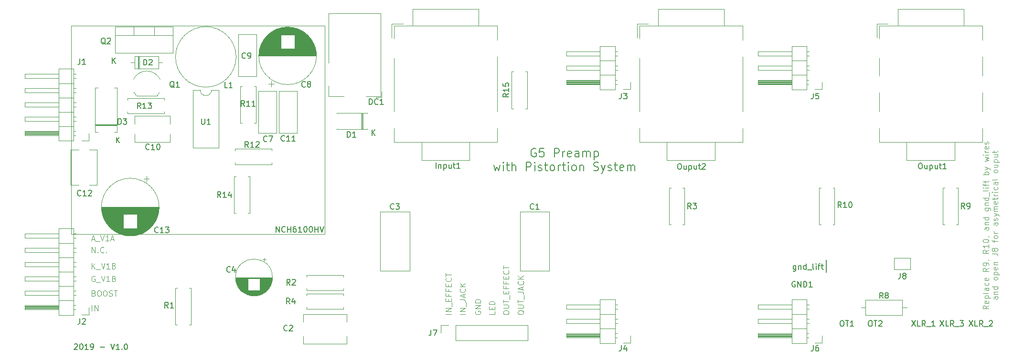
<source format=gto>
G04 #@! TF.GenerationSoftware,KiCad,Pcbnew,(5.1.0)-1*
G04 #@! TF.CreationDate,2019-04-22T23:53:45+02:00*
G04 #@! TF.ProjectId,pcb_main,7063625f-6d61-4696-9e2e-6b696361645f,RC1*
G04 #@! TF.SameCoordinates,Original*
G04 #@! TF.FileFunction,Legend,Top*
G04 #@! TF.FilePolarity,Positive*
%FSLAX46Y46*%
G04 Gerber Fmt 4.6, Leading zero omitted, Abs format (unit mm)*
G04 Created by KiCad (PCBNEW (5.1.0)-1) date 2019-04-22 23:53:45*
%MOMM*%
%LPD*%
G04 APERTURE LIST*
%ADD10C,0.100000*%
%ADD11C,0.150000*%
%ADD12C,0.200000*%
%ADD13C,0.120000*%
G04 APERTURE END LIST*
D10*
X147522380Y-153150952D02*
X146522380Y-153150952D01*
X147522380Y-152674761D02*
X146522380Y-152674761D01*
X147522380Y-152103333D01*
X146522380Y-152103333D01*
X147617619Y-151865237D02*
X147617619Y-151103333D01*
X146998571Y-150865237D02*
X146998571Y-150531904D01*
X147522380Y-150389047D02*
X147522380Y-150865237D01*
X146522380Y-150865237D01*
X146522380Y-150389047D01*
X146998571Y-149627142D02*
X146998571Y-149960475D01*
X147522380Y-149960475D02*
X146522380Y-149960475D01*
X146522380Y-149484285D01*
X146998571Y-148769999D02*
X146998571Y-149103333D01*
X147522380Y-149103333D02*
X146522380Y-149103333D01*
X146522380Y-148627142D01*
X146998571Y-148246190D02*
X146998571Y-147912856D01*
X147522380Y-147769999D02*
X147522380Y-148246190D01*
X146522380Y-148246190D01*
X146522380Y-147769999D01*
X147427142Y-146769999D02*
X147474761Y-146817618D01*
X147522380Y-146960475D01*
X147522380Y-147055713D01*
X147474761Y-147198571D01*
X147379523Y-147293809D01*
X147284285Y-147341428D01*
X147093809Y-147389047D01*
X146950952Y-147389047D01*
X146760476Y-147341428D01*
X146665238Y-147293809D01*
X146570000Y-147198571D01*
X146522380Y-147055713D01*
X146522380Y-146960475D01*
X146570000Y-146817618D01*
X146617619Y-146769999D01*
X146522380Y-146484285D02*
X146522380Y-145912856D01*
X147522380Y-146198571D02*
X146522380Y-146198571D01*
X83767619Y-139886666D02*
X84243809Y-139886666D01*
X83672380Y-140172380D02*
X84005714Y-139172380D01*
X84339047Y-140172380D01*
X84434285Y-140267619D02*
X85196190Y-140267619D01*
X85291428Y-139172380D02*
X85624761Y-140172380D01*
X85958095Y-139172380D01*
X86815238Y-140172380D02*
X86243809Y-140172380D01*
X86529523Y-140172380D02*
X86529523Y-139172380D01*
X86434285Y-139315238D01*
X86339047Y-139410476D01*
X86243809Y-139458095D01*
X87196190Y-139886666D02*
X87672380Y-139886666D01*
X87100952Y-140172380D02*
X87434285Y-139172380D01*
X87767619Y-140172380D01*
X83815238Y-142252380D02*
X83815238Y-141252380D01*
X84386666Y-142252380D01*
X84386666Y-141252380D01*
X84862857Y-142157142D02*
X84910476Y-142204761D01*
X84862857Y-142252380D01*
X84815238Y-142204761D01*
X84862857Y-142157142D01*
X84862857Y-142252380D01*
X85910476Y-142157142D02*
X85862857Y-142204761D01*
X85720000Y-142252380D01*
X85624762Y-142252380D01*
X85481904Y-142204761D01*
X85386666Y-142109523D01*
X85339047Y-142014285D01*
X85291428Y-141823809D01*
X85291428Y-141680952D01*
X85339047Y-141490476D01*
X85386666Y-141395238D01*
X85481904Y-141300000D01*
X85624762Y-141252380D01*
X85720000Y-141252380D01*
X85862857Y-141300000D01*
X85910476Y-141347619D01*
X86339047Y-142157142D02*
X86386666Y-142204761D01*
X86339047Y-142252380D01*
X86291428Y-142204761D01*
X86339047Y-142157142D01*
X86339047Y-142252380D01*
X83815237Y-145112380D02*
X83815237Y-144112380D01*
X84386666Y-145112380D02*
X83958095Y-144540952D01*
X84386666Y-144112380D02*
X83815237Y-144683809D01*
X84577142Y-145207619D02*
X85339047Y-145207619D01*
X85434285Y-144112380D02*
X85767618Y-145112380D01*
X86100952Y-144112380D01*
X86958095Y-145112380D02*
X86386666Y-145112380D01*
X86672380Y-145112380D02*
X86672380Y-144112380D01*
X86577142Y-144255238D01*
X86481904Y-144350476D01*
X86386666Y-144398095D01*
X87719999Y-144588571D02*
X87862857Y-144636190D01*
X87910476Y-144683809D01*
X87958095Y-144779047D01*
X87958095Y-144921904D01*
X87910476Y-145017142D01*
X87862857Y-145064761D01*
X87767618Y-145112380D01*
X87386666Y-145112380D01*
X87386666Y-144112380D01*
X87719999Y-144112380D01*
X87815237Y-144160000D01*
X87862857Y-144207619D01*
X87910476Y-144302857D01*
X87910476Y-144398095D01*
X87862857Y-144493333D01*
X87815237Y-144540952D01*
X87719999Y-144588571D01*
X87386666Y-144588571D01*
X84339047Y-146430000D02*
X84243809Y-146382380D01*
X84100952Y-146382380D01*
X83958095Y-146430000D01*
X83862857Y-146525238D01*
X83815237Y-146620476D01*
X83767618Y-146810952D01*
X83767618Y-146953809D01*
X83815237Y-147144285D01*
X83862857Y-147239523D01*
X83958095Y-147334761D01*
X84100952Y-147382380D01*
X84196190Y-147382380D01*
X84339047Y-147334761D01*
X84386666Y-147287142D01*
X84386666Y-146953809D01*
X84196190Y-146953809D01*
X84577142Y-147477619D02*
X85339047Y-147477619D01*
X85434285Y-146382380D02*
X85767618Y-147382380D01*
X86100952Y-146382380D01*
X86958095Y-147382380D02*
X86386666Y-147382380D01*
X86672380Y-147382380D02*
X86672380Y-146382380D01*
X86577142Y-146525238D01*
X86481904Y-146620476D01*
X86386666Y-146668095D01*
X87719999Y-146858571D02*
X87862857Y-146906190D01*
X87910476Y-146953809D01*
X87958095Y-147049047D01*
X87958095Y-147191904D01*
X87910476Y-147287142D01*
X87862857Y-147334761D01*
X87767618Y-147382380D01*
X87386666Y-147382380D01*
X87386666Y-146382380D01*
X87719999Y-146382380D01*
X87815237Y-146430000D01*
X87862857Y-146477619D01*
X87910476Y-146572857D01*
X87910476Y-146668095D01*
X87862857Y-146763333D01*
X87815237Y-146810952D01*
X87719999Y-146858571D01*
X87386666Y-146858571D01*
X84148571Y-149438571D02*
X84291428Y-149486190D01*
X84339047Y-149533809D01*
X84386666Y-149629047D01*
X84386666Y-149771904D01*
X84339047Y-149867142D01*
X84291428Y-149914761D01*
X84196190Y-149962380D01*
X83815238Y-149962380D01*
X83815238Y-148962380D01*
X84148571Y-148962380D01*
X84243809Y-149010000D01*
X84291428Y-149057619D01*
X84339047Y-149152857D01*
X84339047Y-149248095D01*
X84291428Y-149343333D01*
X84243809Y-149390952D01*
X84148571Y-149438571D01*
X83815238Y-149438571D01*
X85005714Y-148962380D02*
X85196190Y-148962380D01*
X85291428Y-149010000D01*
X85386666Y-149105238D01*
X85434285Y-149295714D01*
X85434285Y-149629047D01*
X85386666Y-149819523D01*
X85291428Y-149914761D01*
X85196190Y-149962380D01*
X85005714Y-149962380D01*
X84910476Y-149914761D01*
X84815238Y-149819523D01*
X84767619Y-149629047D01*
X84767619Y-149295714D01*
X84815238Y-149105238D01*
X84910476Y-149010000D01*
X85005714Y-148962380D01*
X86053333Y-148962380D02*
X86243809Y-148962380D01*
X86339047Y-149010000D01*
X86434285Y-149105238D01*
X86481905Y-149295714D01*
X86481905Y-149629047D01*
X86434285Y-149819523D01*
X86339047Y-149914761D01*
X86243809Y-149962380D01*
X86053333Y-149962380D01*
X85958095Y-149914761D01*
X85862857Y-149819523D01*
X85815238Y-149629047D01*
X85815238Y-149295714D01*
X85862857Y-149105238D01*
X85958095Y-149010000D01*
X86053333Y-148962380D01*
X86862857Y-149914761D02*
X87005714Y-149962380D01*
X87243809Y-149962380D01*
X87339047Y-149914761D01*
X87386666Y-149867142D01*
X87434285Y-149771904D01*
X87434285Y-149676666D01*
X87386666Y-149581428D01*
X87339047Y-149533809D01*
X87243809Y-149486190D01*
X87053333Y-149438571D01*
X86958095Y-149390952D01*
X86910476Y-149343333D01*
X86862857Y-149248095D01*
X86862857Y-149152857D01*
X86910476Y-149057619D01*
X86958095Y-149010000D01*
X87053333Y-148962380D01*
X87291428Y-148962380D01*
X87434285Y-149010000D01*
X87720000Y-148962380D02*
X88291428Y-148962380D01*
X88005714Y-149962380D02*
X88005714Y-148962380D01*
X83815238Y-152612380D02*
X83815238Y-151612380D01*
X84291428Y-152612380D02*
X84291428Y-151612380D01*
X84862857Y-152612380D01*
X84862857Y-151612380D01*
X159322380Y-152960476D02*
X159322380Y-152770000D01*
X159370000Y-152674761D01*
X159465238Y-152579523D01*
X159655714Y-152531904D01*
X159989047Y-152531904D01*
X160179523Y-152579523D01*
X160274761Y-152674761D01*
X160322380Y-152770000D01*
X160322380Y-152960476D01*
X160274761Y-153055714D01*
X160179523Y-153150952D01*
X159989047Y-153198571D01*
X159655714Y-153198571D01*
X159465238Y-153150952D01*
X159370000Y-153055714D01*
X159322380Y-152960476D01*
X159322380Y-152103333D02*
X160131904Y-152103333D01*
X160227142Y-152055714D01*
X160274761Y-152008095D01*
X160322380Y-151912857D01*
X160322380Y-151722380D01*
X160274761Y-151627142D01*
X160227142Y-151579523D01*
X160131904Y-151531904D01*
X159322380Y-151531904D01*
X159322380Y-151198571D02*
X159322380Y-150627142D01*
X160322380Y-150912857D02*
X159322380Y-150912857D01*
X160417619Y-150531904D02*
X160417619Y-149770000D01*
X159322380Y-149246190D02*
X160036666Y-149246190D01*
X160179523Y-149293809D01*
X160274761Y-149389047D01*
X160322380Y-149531904D01*
X160322380Y-149627142D01*
X160036666Y-148817619D02*
X160036666Y-148341428D01*
X160322380Y-148912857D02*
X159322380Y-148579523D01*
X160322380Y-148246190D01*
X160227142Y-147341428D02*
X160274761Y-147389047D01*
X160322380Y-147531904D01*
X160322380Y-147627142D01*
X160274761Y-147770000D01*
X160179523Y-147865238D01*
X160084285Y-147912857D01*
X159893809Y-147960476D01*
X159750952Y-147960476D01*
X159560476Y-147912857D01*
X159465238Y-147865238D01*
X159370000Y-147770000D01*
X159322380Y-147627142D01*
X159322380Y-147531904D01*
X159370000Y-147389047D01*
X159417619Y-147341428D01*
X160322380Y-146912857D02*
X159322380Y-146912857D01*
X160322380Y-146341428D02*
X159750952Y-146770000D01*
X159322380Y-146341428D02*
X159893809Y-146912857D01*
X156722380Y-152960475D02*
X156722380Y-152769999D01*
X156770000Y-152674761D01*
X156865238Y-152579523D01*
X157055714Y-152531904D01*
X157389047Y-152531904D01*
X157579523Y-152579523D01*
X157674761Y-152674761D01*
X157722380Y-152769999D01*
X157722380Y-152960475D01*
X157674761Y-153055713D01*
X157579523Y-153150951D01*
X157389047Y-153198570D01*
X157055714Y-153198570D01*
X156865238Y-153150951D01*
X156770000Y-153055713D01*
X156722380Y-152960475D01*
X156722380Y-152103332D02*
X157531904Y-152103332D01*
X157627142Y-152055713D01*
X157674761Y-152008094D01*
X157722380Y-151912856D01*
X157722380Y-151722380D01*
X157674761Y-151627142D01*
X157627142Y-151579523D01*
X157531904Y-151531904D01*
X156722380Y-151531904D01*
X156722380Y-151198570D02*
X156722380Y-150627142D01*
X157722380Y-150912856D02*
X156722380Y-150912856D01*
X157817619Y-150531904D02*
X157817619Y-149769999D01*
X157198571Y-149531904D02*
X157198571Y-149198570D01*
X157722380Y-149055713D02*
X157722380Y-149531904D01*
X156722380Y-149531904D01*
X156722380Y-149055713D01*
X157198571Y-148293808D02*
X157198571Y-148627142D01*
X157722380Y-148627142D02*
X156722380Y-148627142D01*
X156722380Y-148150951D01*
X157198571Y-147436666D02*
X157198571Y-147769999D01*
X157722380Y-147769999D02*
X156722380Y-147769999D01*
X156722380Y-147293808D01*
X157198571Y-146912856D02*
X157198571Y-146579523D01*
X157722380Y-146436666D02*
X157722380Y-146912856D01*
X156722380Y-146912856D01*
X156722380Y-146436666D01*
X157627142Y-145436666D02*
X157674761Y-145484285D01*
X157722380Y-145627142D01*
X157722380Y-145722380D01*
X157674761Y-145865237D01*
X157579523Y-145960475D01*
X157484285Y-146008094D01*
X157293809Y-146055713D01*
X157150952Y-146055713D01*
X156960476Y-146008094D01*
X156865238Y-145960475D01*
X156770000Y-145865237D01*
X156722380Y-145722380D01*
X156722380Y-145627142D01*
X156770000Y-145484285D01*
X156817619Y-145436666D01*
X156722380Y-145150951D02*
X156722380Y-144579523D01*
X157722380Y-144865237D02*
X156722380Y-144865237D01*
X155222380Y-152674761D02*
X155222380Y-153150951D01*
X154222380Y-153150951D01*
X154698571Y-152341427D02*
X154698571Y-152008094D01*
X155222380Y-151865237D02*
X155222380Y-152341427D01*
X154222380Y-152341427D01*
X154222380Y-151865237D01*
X155222380Y-151436665D02*
X154222380Y-151436665D01*
X154222380Y-151198570D01*
X154270000Y-151055713D01*
X154365238Y-150960475D01*
X154460476Y-150912856D01*
X154650952Y-150865237D01*
X154793809Y-150865237D01*
X154984285Y-150912856D01*
X155079523Y-150960475D01*
X155174761Y-151055713D01*
X155222380Y-151198570D01*
X155222380Y-151436665D01*
X151770000Y-152641904D02*
X151722380Y-152737142D01*
X151722380Y-152880000D01*
X151770000Y-153022857D01*
X151865238Y-153118095D01*
X151960476Y-153165714D01*
X152150952Y-153213333D01*
X152293809Y-153213333D01*
X152484285Y-153165714D01*
X152579523Y-153118095D01*
X152674761Y-153022857D01*
X152722380Y-152880000D01*
X152722380Y-152784761D01*
X152674761Y-152641904D01*
X152627142Y-152594285D01*
X152293809Y-152594285D01*
X152293809Y-152784761D01*
X152722380Y-152165714D02*
X151722380Y-152165714D01*
X152722380Y-151594285D01*
X151722380Y-151594285D01*
X152722380Y-151118095D02*
X151722380Y-151118095D01*
X151722380Y-150880000D01*
X151770000Y-150737142D01*
X151865238Y-150641904D01*
X151960476Y-150594285D01*
X152150952Y-150546666D01*
X152293809Y-150546666D01*
X152484285Y-150594285D01*
X152579523Y-150641904D01*
X152674761Y-150737142D01*
X152722380Y-150880000D01*
X152722380Y-151118095D01*
X150022380Y-153150951D02*
X149022380Y-153150951D01*
X150022380Y-152674761D02*
X149022380Y-152674761D01*
X150022380Y-152103332D01*
X149022380Y-152103332D01*
X150117619Y-151865237D02*
X150117619Y-151103332D01*
X149022380Y-150579523D02*
X149736666Y-150579523D01*
X149879523Y-150627142D01*
X149974761Y-150722380D01*
X150022380Y-150865237D01*
X150022380Y-150960475D01*
X149736666Y-150150951D02*
X149736666Y-149674761D01*
X150022380Y-150246189D02*
X149022380Y-149912856D01*
X150022380Y-149579523D01*
X149927142Y-148674761D02*
X149974761Y-148722380D01*
X150022380Y-148865237D01*
X150022380Y-148960475D01*
X149974761Y-149103332D01*
X149879523Y-149198570D01*
X149784285Y-149246189D01*
X149593809Y-149293808D01*
X149450952Y-149293808D01*
X149260476Y-149246189D01*
X149165238Y-149198570D01*
X149070000Y-149103332D01*
X149022380Y-148960475D01*
X149022380Y-148865237D01*
X149070000Y-148722380D01*
X149117619Y-148674761D01*
X150022380Y-148246189D02*
X149022380Y-148246189D01*
X150022380Y-147674761D02*
X149450952Y-148103332D01*
X149022380Y-147674761D02*
X149593809Y-148246189D01*
D11*
X80685714Y-158547619D02*
X80733333Y-158500000D01*
X80828571Y-158452380D01*
X81066666Y-158452380D01*
X81161904Y-158500000D01*
X81209523Y-158547619D01*
X81257142Y-158642857D01*
X81257142Y-158738095D01*
X81209523Y-158880952D01*
X80638095Y-159452380D01*
X81257142Y-159452380D01*
X81876190Y-158452380D02*
X81971428Y-158452380D01*
X82066666Y-158500000D01*
X82114285Y-158547619D01*
X82161904Y-158642857D01*
X82209523Y-158833333D01*
X82209523Y-159071428D01*
X82161904Y-159261904D01*
X82114285Y-159357142D01*
X82066666Y-159404761D01*
X81971428Y-159452380D01*
X81876190Y-159452380D01*
X81780952Y-159404761D01*
X81733333Y-159357142D01*
X81685714Y-159261904D01*
X81638095Y-159071428D01*
X81638095Y-158833333D01*
X81685714Y-158642857D01*
X81733333Y-158547619D01*
X81780952Y-158500000D01*
X81876190Y-158452380D01*
X83161904Y-159452380D02*
X82590476Y-159452380D01*
X82876190Y-159452380D02*
X82876190Y-158452380D01*
X82780952Y-158595238D01*
X82685714Y-158690476D01*
X82590476Y-158738095D01*
X83638095Y-159452380D02*
X83828571Y-159452380D01*
X83923809Y-159404761D01*
X83971428Y-159357142D01*
X84066666Y-159214285D01*
X84114285Y-159023809D01*
X84114285Y-158642857D01*
X84066666Y-158547619D01*
X84019047Y-158500000D01*
X83923809Y-158452380D01*
X83733333Y-158452380D01*
X83638095Y-158500000D01*
X83590476Y-158547619D01*
X83542857Y-158642857D01*
X83542857Y-158880952D01*
X83590476Y-158976190D01*
X83638095Y-159023809D01*
X83733333Y-159071428D01*
X83923809Y-159071428D01*
X84019047Y-159023809D01*
X84066666Y-158976190D01*
X84114285Y-158880952D01*
X85304761Y-159071428D02*
X86066666Y-159071428D01*
X87161904Y-158452380D02*
X87495238Y-159452380D01*
X87828571Y-158452380D01*
X88685714Y-159452380D02*
X88114285Y-159452380D01*
X88400000Y-159452380D02*
X88400000Y-158452380D01*
X88304761Y-158595238D01*
X88209523Y-158690476D01*
X88114285Y-158738095D01*
X89114285Y-159357142D02*
X89161904Y-159404761D01*
X89114285Y-159452380D01*
X89066666Y-159404761D01*
X89114285Y-159357142D01*
X89114285Y-159452380D01*
X89780952Y-158452380D02*
X89876190Y-158452380D01*
X89971428Y-158500000D01*
X90019047Y-158547619D01*
X90066666Y-158642857D01*
X90114285Y-158833333D01*
X90114285Y-159071428D01*
X90066666Y-159261904D01*
X90019047Y-159357142D01*
X89971428Y-159404761D01*
X89876190Y-159452380D01*
X89780952Y-159452380D01*
X89685714Y-159404761D01*
X89638095Y-159357142D01*
X89590476Y-159261904D01*
X89542857Y-159071428D01*
X89542857Y-158833333D01*
X89590476Y-158642857D01*
X89638095Y-158547619D01*
X89685714Y-158500000D01*
X89780952Y-158452380D01*
D12*
X162492857Y-123825000D02*
X162350000Y-123753571D01*
X162135714Y-123753571D01*
X161921428Y-123825000D01*
X161778571Y-123967857D01*
X161707142Y-124110714D01*
X161635714Y-124396428D01*
X161635714Y-124610714D01*
X161707142Y-124896428D01*
X161778571Y-125039285D01*
X161921428Y-125182142D01*
X162135714Y-125253571D01*
X162278571Y-125253571D01*
X162492857Y-125182142D01*
X162564285Y-125110714D01*
X162564285Y-124610714D01*
X162278571Y-124610714D01*
X163921428Y-123753571D02*
X163207142Y-123753571D01*
X163135714Y-124467857D01*
X163207142Y-124396428D01*
X163350000Y-124325000D01*
X163707142Y-124325000D01*
X163850000Y-124396428D01*
X163921428Y-124467857D01*
X163992857Y-124610714D01*
X163992857Y-124967857D01*
X163921428Y-125110714D01*
X163850000Y-125182142D01*
X163707142Y-125253571D01*
X163350000Y-125253571D01*
X163207142Y-125182142D01*
X163135714Y-125110714D01*
X165778571Y-125253571D02*
X165778571Y-123753571D01*
X166350000Y-123753571D01*
X166492857Y-123825000D01*
X166564285Y-123896428D01*
X166635714Y-124039285D01*
X166635714Y-124253571D01*
X166564285Y-124396428D01*
X166492857Y-124467857D01*
X166350000Y-124539285D01*
X165778571Y-124539285D01*
X167278571Y-125253571D02*
X167278571Y-124253571D01*
X167278571Y-124539285D02*
X167350000Y-124396428D01*
X167421428Y-124325000D01*
X167564285Y-124253571D01*
X167707142Y-124253571D01*
X168778571Y-125182142D02*
X168635714Y-125253571D01*
X168350000Y-125253571D01*
X168207142Y-125182142D01*
X168135714Y-125039285D01*
X168135714Y-124467857D01*
X168207142Y-124325000D01*
X168350000Y-124253571D01*
X168635714Y-124253571D01*
X168778571Y-124325000D01*
X168850000Y-124467857D01*
X168850000Y-124610714D01*
X168135714Y-124753571D01*
X170135714Y-125253571D02*
X170135714Y-124467857D01*
X170064285Y-124325000D01*
X169921428Y-124253571D01*
X169635714Y-124253571D01*
X169492857Y-124325000D01*
X170135714Y-125182142D02*
X169992857Y-125253571D01*
X169635714Y-125253571D01*
X169492857Y-125182142D01*
X169421428Y-125039285D01*
X169421428Y-124896428D01*
X169492857Y-124753571D01*
X169635714Y-124682142D01*
X169992857Y-124682142D01*
X170135714Y-124610714D01*
X170850000Y-125253571D02*
X170850000Y-124253571D01*
X170850000Y-124396428D02*
X170921428Y-124325000D01*
X171064285Y-124253571D01*
X171278571Y-124253571D01*
X171421428Y-124325000D01*
X171492857Y-124467857D01*
X171492857Y-125253571D01*
X171492857Y-124467857D02*
X171564285Y-124325000D01*
X171707142Y-124253571D01*
X171921428Y-124253571D01*
X172064285Y-124325000D01*
X172135714Y-124467857D01*
X172135714Y-125253571D01*
X172850000Y-124253571D02*
X172850000Y-125753571D01*
X172850000Y-124325000D02*
X172992857Y-124253571D01*
X173278571Y-124253571D01*
X173421428Y-124325000D01*
X173492857Y-124396428D01*
X173564285Y-124539285D01*
X173564285Y-124967857D01*
X173492857Y-125110714D01*
X173421428Y-125182142D01*
X173278571Y-125253571D01*
X172992857Y-125253571D01*
X172850000Y-125182142D01*
X155028571Y-126703571D02*
X155314285Y-127703571D01*
X155600000Y-126989285D01*
X155885714Y-127703571D01*
X156171428Y-126703571D01*
X156742857Y-127703571D02*
X156742857Y-126703571D01*
X156742857Y-126203571D02*
X156671428Y-126275000D01*
X156742857Y-126346428D01*
X156814285Y-126275000D01*
X156742857Y-126203571D01*
X156742857Y-126346428D01*
X157242857Y-126703571D02*
X157814285Y-126703571D01*
X157457142Y-126203571D02*
X157457142Y-127489285D01*
X157528571Y-127632142D01*
X157671428Y-127703571D01*
X157814285Y-127703571D01*
X158314285Y-127703571D02*
X158314285Y-126203571D01*
X158957142Y-127703571D02*
X158957142Y-126917857D01*
X158885714Y-126775000D01*
X158742857Y-126703571D01*
X158528571Y-126703571D01*
X158385714Y-126775000D01*
X158314285Y-126846428D01*
X160814285Y-127703571D02*
X160814285Y-126203571D01*
X161385714Y-126203571D01*
X161528571Y-126275000D01*
X161600000Y-126346428D01*
X161671428Y-126489285D01*
X161671428Y-126703571D01*
X161600000Y-126846428D01*
X161528571Y-126917857D01*
X161385714Y-126989285D01*
X160814285Y-126989285D01*
X162314285Y-127703571D02*
X162314285Y-126703571D01*
X162314285Y-126203571D02*
X162242857Y-126275000D01*
X162314285Y-126346428D01*
X162385714Y-126275000D01*
X162314285Y-126203571D01*
X162314285Y-126346428D01*
X162957142Y-127632142D02*
X163100000Y-127703571D01*
X163385714Y-127703571D01*
X163528571Y-127632142D01*
X163600000Y-127489285D01*
X163600000Y-127417857D01*
X163528571Y-127275000D01*
X163385714Y-127203571D01*
X163171428Y-127203571D01*
X163028571Y-127132142D01*
X162957142Y-126989285D01*
X162957142Y-126917857D01*
X163028571Y-126775000D01*
X163171428Y-126703571D01*
X163385714Y-126703571D01*
X163528571Y-126775000D01*
X164028571Y-126703571D02*
X164600000Y-126703571D01*
X164242857Y-126203571D02*
X164242857Y-127489285D01*
X164314285Y-127632142D01*
X164457142Y-127703571D01*
X164600000Y-127703571D01*
X165314285Y-127703571D02*
X165171428Y-127632142D01*
X165100000Y-127560714D01*
X165028571Y-127417857D01*
X165028571Y-126989285D01*
X165100000Y-126846428D01*
X165171428Y-126775000D01*
X165314285Y-126703571D01*
X165528571Y-126703571D01*
X165671428Y-126775000D01*
X165742857Y-126846428D01*
X165814285Y-126989285D01*
X165814285Y-127417857D01*
X165742857Y-127560714D01*
X165671428Y-127632142D01*
X165528571Y-127703571D01*
X165314285Y-127703571D01*
X166457142Y-127703571D02*
X166457142Y-126703571D01*
X166457142Y-126989285D02*
X166528571Y-126846428D01*
X166600000Y-126775000D01*
X166742857Y-126703571D01*
X166885714Y-126703571D01*
X167171428Y-126703571D02*
X167742857Y-126703571D01*
X167385714Y-126203571D02*
X167385714Y-127489285D01*
X167457142Y-127632142D01*
X167600000Y-127703571D01*
X167742857Y-127703571D01*
X168242857Y-127703571D02*
X168242857Y-126703571D01*
X168242857Y-126203571D02*
X168171428Y-126275000D01*
X168242857Y-126346428D01*
X168314285Y-126275000D01*
X168242857Y-126203571D01*
X168242857Y-126346428D01*
X169171428Y-127703571D02*
X169028571Y-127632142D01*
X168957142Y-127560714D01*
X168885714Y-127417857D01*
X168885714Y-126989285D01*
X168957142Y-126846428D01*
X169028571Y-126775000D01*
X169171428Y-126703571D01*
X169385714Y-126703571D01*
X169528571Y-126775000D01*
X169600000Y-126846428D01*
X169671428Y-126989285D01*
X169671428Y-127417857D01*
X169600000Y-127560714D01*
X169528571Y-127632142D01*
X169385714Y-127703571D01*
X169171428Y-127703571D01*
X170314285Y-126703571D02*
X170314285Y-127703571D01*
X170314285Y-126846428D02*
X170385714Y-126775000D01*
X170528571Y-126703571D01*
X170742857Y-126703571D01*
X170885714Y-126775000D01*
X170957142Y-126917857D01*
X170957142Y-127703571D01*
X172742857Y-127632142D02*
X172957142Y-127703571D01*
X173314285Y-127703571D01*
X173457142Y-127632142D01*
X173528571Y-127560714D01*
X173599999Y-127417857D01*
X173599999Y-127275000D01*
X173528571Y-127132142D01*
X173457142Y-127060714D01*
X173314285Y-126989285D01*
X173028571Y-126917857D01*
X172885714Y-126846428D01*
X172814285Y-126775000D01*
X172742857Y-126632142D01*
X172742857Y-126489285D01*
X172814285Y-126346428D01*
X172885714Y-126275000D01*
X173028571Y-126203571D01*
X173385714Y-126203571D01*
X173599999Y-126275000D01*
X174099999Y-126703571D02*
X174457142Y-127703571D01*
X174814285Y-126703571D02*
X174457142Y-127703571D01*
X174314285Y-128060714D01*
X174242857Y-128132142D01*
X174099999Y-128203571D01*
X175314285Y-127632142D02*
X175457142Y-127703571D01*
X175742857Y-127703571D01*
X175885714Y-127632142D01*
X175957142Y-127489285D01*
X175957142Y-127417857D01*
X175885714Y-127275000D01*
X175742857Y-127203571D01*
X175528571Y-127203571D01*
X175385714Y-127132142D01*
X175314285Y-126989285D01*
X175314285Y-126917857D01*
X175385714Y-126775000D01*
X175528571Y-126703571D01*
X175742857Y-126703571D01*
X175885714Y-126775000D01*
X176385714Y-126703571D02*
X176957142Y-126703571D01*
X176599999Y-126203571D02*
X176599999Y-127489285D01*
X176671428Y-127632142D01*
X176814285Y-127703571D01*
X176957142Y-127703571D01*
X178028571Y-127632142D02*
X177885714Y-127703571D01*
X177599999Y-127703571D01*
X177457142Y-127632142D01*
X177385714Y-127489285D01*
X177385714Y-126917857D01*
X177457142Y-126775000D01*
X177599999Y-126703571D01*
X177885714Y-126703571D01*
X178028571Y-126775000D01*
X178099999Y-126917857D01*
X178099999Y-127060714D01*
X177385714Y-127203571D01*
X178742857Y-127703571D02*
X178742857Y-126703571D01*
X178742857Y-126846428D02*
X178814285Y-126775000D01*
X178957142Y-126703571D01*
X179171428Y-126703571D01*
X179314285Y-126775000D01*
X179385714Y-126917857D01*
X179385714Y-127703571D01*
X179385714Y-126917857D02*
X179457142Y-126775000D01*
X179599999Y-126703571D01*
X179814285Y-126703571D01*
X179957142Y-126775000D01*
X180028571Y-126917857D01*
X180028571Y-127703571D01*
D10*
X242752380Y-151638095D02*
X242276190Y-151971428D01*
X242752380Y-152209523D02*
X241752380Y-152209523D01*
X241752380Y-151828571D01*
X241800000Y-151733333D01*
X241847619Y-151685714D01*
X241942857Y-151638095D01*
X242085714Y-151638095D01*
X242180952Y-151685714D01*
X242228571Y-151733333D01*
X242276190Y-151828571D01*
X242276190Y-152209523D01*
X242704761Y-150828571D02*
X242752380Y-150923809D01*
X242752380Y-151114285D01*
X242704761Y-151209523D01*
X242609523Y-151257142D01*
X242228571Y-151257142D01*
X242133333Y-151209523D01*
X242085714Y-151114285D01*
X242085714Y-150923809D01*
X242133333Y-150828571D01*
X242228571Y-150780952D01*
X242323809Y-150780952D01*
X242419047Y-151257142D01*
X242085714Y-150352380D02*
X243085714Y-150352380D01*
X242133333Y-150352380D02*
X242085714Y-150257142D01*
X242085714Y-150066666D01*
X242133333Y-149971428D01*
X242180952Y-149923809D01*
X242276190Y-149876190D01*
X242561904Y-149876190D01*
X242657142Y-149923809D01*
X242704761Y-149971428D01*
X242752380Y-150066666D01*
X242752380Y-150257142D01*
X242704761Y-150352380D01*
X242752380Y-149304761D02*
X242704761Y-149400000D01*
X242609523Y-149447619D01*
X241752380Y-149447619D01*
X242752380Y-148495238D02*
X242228571Y-148495238D01*
X242133333Y-148542857D01*
X242085714Y-148638095D01*
X242085714Y-148828571D01*
X242133333Y-148923809D01*
X242704761Y-148495238D02*
X242752380Y-148590476D01*
X242752380Y-148828571D01*
X242704761Y-148923809D01*
X242609523Y-148971428D01*
X242514285Y-148971428D01*
X242419047Y-148923809D01*
X242371428Y-148828571D01*
X242371428Y-148590476D01*
X242323809Y-148495238D01*
X242704761Y-147590476D02*
X242752380Y-147685714D01*
X242752380Y-147876190D01*
X242704761Y-147971428D01*
X242657142Y-148019047D01*
X242561904Y-148066666D01*
X242276190Y-148066666D01*
X242180952Y-148019047D01*
X242133333Y-147971428D01*
X242085714Y-147876190D01*
X242085714Y-147685714D01*
X242133333Y-147590476D01*
X242704761Y-146780952D02*
X242752380Y-146876190D01*
X242752380Y-147066666D01*
X242704761Y-147161904D01*
X242609523Y-147209523D01*
X242228571Y-147209523D01*
X242133333Y-147161904D01*
X242085714Y-147066666D01*
X242085714Y-146876190D01*
X242133333Y-146780952D01*
X242228571Y-146733333D01*
X242323809Y-146733333D01*
X242419047Y-147209523D01*
X242752380Y-144971428D02*
X242276190Y-145304761D01*
X242752380Y-145542857D02*
X241752380Y-145542857D01*
X241752380Y-145161904D01*
X241800000Y-145066666D01*
X241847619Y-145019047D01*
X241942857Y-144971428D01*
X242085714Y-144971428D01*
X242180952Y-145019047D01*
X242228571Y-145066666D01*
X242276190Y-145161904D01*
X242276190Y-145542857D01*
X242752380Y-144495238D02*
X242752380Y-144304761D01*
X242704761Y-144209523D01*
X242657142Y-144161904D01*
X242514285Y-144066666D01*
X242323809Y-144019047D01*
X241942857Y-144019047D01*
X241847619Y-144066666D01*
X241800000Y-144114285D01*
X241752380Y-144209523D01*
X241752380Y-144400000D01*
X241800000Y-144495238D01*
X241847619Y-144542857D01*
X241942857Y-144590476D01*
X242180952Y-144590476D01*
X242276190Y-144542857D01*
X242323809Y-144495238D01*
X242371428Y-144400000D01*
X242371428Y-144209523D01*
X242323809Y-144114285D01*
X242276190Y-144066666D01*
X242180952Y-144019047D01*
X242704761Y-143542857D02*
X242752380Y-143542857D01*
X242847619Y-143590476D01*
X242895238Y-143638095D01*
X242752380Y-141780952D02*
X242276190Y-142114285D01*
X242752380Y-142352380D02*
X241752380Y-142352380D01*
X241752380Y-141971428D01*
X241800000Y-141876190D01*
X241847619Y-141828571D01*
X241942857Y-141780952D01*
X242085714Y-141780952D01*
X242180952Y-141828571D01*
X242228571Y-141876190D01*
X242276190Y-141971428D01*
X242276190Y-142352380D01*
X242752380Y-140828571D02*
X242752380Y-141400000D01*
X242752380Y-141114285D02*
X241752380Y-141114285D01*
X241895238Y-141209523D01*
X241990476Y-141304761D01*
X242038095Y-141400000D01*
X241752380Y-140209523D02*
X241752380Y-140114285D01*
X241800000Y-140019047D01*
X241847619Y-139971428D01*
X241942857Y-139923809D01*
X242133333Y-139876190D01*
X242371428Y-139876190D01*
X242561904Y-139923809D01*
X242657142Y-139971428D01*
X242704761Y-140019047D01*
X242752380Y-140114285D01*
X242752380Y-140209523D01*
X242704761Y-140304761D01*
X242657142Y-140352380D01*
X242561904Y-140400000D01*
X242371428Y-140447619D01*
X242133333Y-140447619D01*
X241942857Y-140400000D01*
X241847619Y-140352380D01*
X241800000Y-140304761D01*
X241752380Y-140209523D01*
X242704761Y-139400000D02*
X242752380Y-139400000D01*
X242847619Y-139447619D01*
X242895238Y-139495238D01*
X242752380Y-137780952D02*
X242228571Y-137780952D01*
X242133333Y-137828571D01*
X242085714Y-137923809D01*
X242085714Y-138114285D01*
X242133333Y-138209523D01*
X242704761Y-137780952D02*
X242752380Y-137876190D01*
X242752380Y-138114285D01*
X242704761Y-138209523D01*
X242609523Y-138257142D01*
X242514285Y-138257142D01*
X242419047Y-138209523D01*
X242371428Y-138114285D01*
X242371428Y-137876190D01*
X242323809Y-137780952D01*
X242085714Y-137304761D02*
X242752380Y-137304761D01*
X242180952Y-137304761D02*
X242133333Y-137257142D01*
X242085714Y-137161904D01*
X242085714Y-137019047D01*
X242133333Y-136923809D01*
X242228571Y-136876190D01*
X242752380Y-136876190D01*
X242752380Y-135971428D02*
X241752380Y-135971428D01*
X242704761Y-135971428D02*
X242752380Y-136066666D01*
X242752380Y-136257142D01*
X242704761Y-136352380D01*
X242657142Y-136400000D01*
X242561904Y-136447619D01*
X242276190Y-136447619D01*
X242180952Y-136400000D01*
X242133333Y-136352380D01*
X242085714Y-136257142D01*
X242085714Y-136066666D01*
X242133333Y-135971428D01*
X242085714Y-134304761D02*
X242895238Y-134304761D01*
X242990476Y-134352380D01*
X243038095Y-134400000D01*
X243085714Y-134495238D01*
X243085714Y-134638095D01*
X243038095Y-134733333D01*
X242704761Y-134304761D02*
X242752380Y-134400000D01*
X242752380Y-134590476D01*
X242704761Y-134685714D01*
X242657142Y-134733333D01*
X242561904Y-134780952D01*
X242276190Y-134780952D01*
X242180952Y-134733333D01*
X242133333Y-134685714D01*
X242085714Y-134590476D01*
X242085714Y-134400000D01*
X242133333Y-134304761D01*
X242085714Y-133828571D02*
X242752380Y-133828571D01*
X242180952Y-133828571D02*
X242133333Y-133780952D01*
X242085714Y-133685714D01*
X242085714Y-133542857D01*
X242133333Y-133447619D01*
X242228571Y-133400000D01*
X242752380Y-133400000D01*
X242752380Y-132495238D02*
X241752380Y-132495238D01*
X242704761Y-132495238D02*
X242752380Y-132590476D01*
X242752380Y-132780952D01*
X242704761Y-132876190D01*
X242657142Y-132923809D01*
X242561904Y-132971428D01*
X242276190Y-132971428D01*
X242180952Y-132923809D01*
X242133333Y-132876190D01*
X242085714Y-132780952D01*
X242085714Y-132590476D01*
X242133333Y-132495238D01*
X242847619Y-132257142D02*
X242847619Y-131495238D01*
X242752380Y-131114285D02*
X242704761Y-131209523D01*
X242609523Y-131257142D01*
X241752380Y-131257142D01*
X242752380Y-130733333D02*
X242085714Y-130733333D01*
X241752380Y-130733333D02*
X241800000Y-130780952D01*
X241847619Y-130733333D01*
X241800000Y-130685714D01*
X241752380Y-130733333D01*
X241847619Y-130733333D01*
X242085714Y-130400000D02*
X242085714Y-130019047D01*
X242752380Y-130257142D02*
X241895238Y-130257142D01*
X241800000Y-130209523D01*
X241752380Y-130114285D01*
X241752380Y-130019047D01*
X242085714Y-129828571D02*
X242085714Y-129447619D01*
X241752380Y-129685714D02*
X242609523Y-129685714D01*
X242704761Y-129638095D01*
X242752380Y-129542857D01*
X242752380Y-129447619D01*
X242752380Y-128352380D02*
X241752380Y-128352380D01*
X242133333Y-128352380D02*
X242085714Y-128257142D01*
X242085714Y-128066666D01*
X242133333Y-127971428D01*
X242180952Y-127923809D01*
X242276190Y-127876190D01*
X242561904Y-127876190D01*
X242657142Y-127923809D01*
X242704761Y-127971428D01*
X242752380Y-128066666D01*
X242752380Y-128257142D01*
X242704761Y-128352380D01*
X242085714Y-127542857D02*
X242752380Y-127304761D01*
X242085714Y-127066666D02*
X242752380Y-127304761D01*
X242990476Y-127400000D01*
X243038095Y-127447619D01*
X243085714Y-127542857D01*
X242085714Y-126019047D02*
X242752380Y-125828571D01*
X242276190Y-125638095D01*
X242752380Y-125447619D01*
X242085714Y-125257142D01*
X242752380Y-124876190D02*
X242085714Y-124876190D01*
X241752380Y-124876190D02*
X241800000Y-124923809D01*
X241847619Y-124876190D01*
X241800000Y-124828571D01*
X241752380Y-124876190D01*
X241847619Y-124876190D01*
X242752380Y-124400000D02*
X242085714Y-124400000D01*
X242276190Y-124400000D02*
X242180952Y-124352380D01*
X242133333Y-124304761D01*
X242085714Y-124209523D01*
X242085714Y-124114285D01*
X242704761Y-123400000D02*
X242752380Y-123495238D01*
X242752380Y-123685714D01*
X242704761Y-123780952D01*
X242609523Y-123828571D01*
X242228571Y-123828571D01*
X242133333Y-123780952D01*
X242085714Y-123685714D01*
X242085714Y-123495238D01*
X242133333Y-123400000D01*
X242228571Y-123352380D01*
X242323809Y-123352380D01*
X242419047Y-123828571D01*
X242704761Y-122971428D02*
X242752380Y-122876190D01*
X242752380Y-122685714D01*
X242704761Y-122590476D01*
X242609523Y-122542857D01*
X242561904Y-122542857D01*
X242466666Y-122590476D01*
X242419047Y-122685714D01*
X242419047Y-122828571D01*
X242371428Y-122923809D01*
X242276190Y-122971428D01*
X242228571Y-122971428D01*
X242133333Y-122923809D01*
X242085714Y-122828571D01*
X242085714Y-122685714D01*
X242133333Y-122590476D01*
X244352380Y-150090476D02*
X243828571Y-150090476D01*
X243733333Y-150138095D01*
X243685714Y-150233333D01*
X243685714Y-150423809D01*
X243733333Y-150519047D01*
X244304761Y-150090476D02*
X244352380Y-150185714D01*
X244352380Y-150423809D01*
X244304761Y-150519047D01*
X244209523Y-150566666D01*
X244114285Y-150566666D01*
X244019047Y-150519047D01*
X243971428Y-150423809D01*
X243971428Y-150185714D01*
X243923809Y-150090476D01*
X243685714Y-149614285D02*
X244352380Y-149614285D01*
X243780952Y-149614285D02*
X243733333Y-149566666D01*
X243685714Y-149471428D01*
X243685714Y-149328571D01*
X243733333Y-149233333D01*
X243828571Y-149185714D01*
X244352380Y-149185714D01*
X244352380Y-148280952D02*
X243352380Y-148280952D01*
X244304761Y-148280952D02*
X244352380Y-148376190D01*
X244352380Y-148566666D01*
X244304761Y-148661904D01*
X244257142Y-148709523D01*
X244161904Y-148757142D01*
X243876190Y-148757142D01*
X243780952Y-148709523D01*
X243733333Y-148661904D01*
X243685714Y-148566666D01*
X243685714Y-148376190D01*
X243733333Y-148280952D01*
X244352380Y-146900000D02*
X244304761Y-146995238D01*
X244257142Y-147042857D01*
X244161904Y-147090476D01*
X243876190Y-147090476D01*
X243780952Y-147042857D01*
X243733333Y-146995238D01*
X243685714Y-146900000D01*
X243685714Y-146757142D01*
X243733333Y-146661904D01*
X243780952Y-146614285D01*
X243876190Y-146566666D01*
X244161904Y-146566666D01*
X244257142Y-146614285D01*
X244304761Y-146661904D01*
X244352380Y-146757142D01*
X244352380Y-146900000D01*
X243685714Y-146138095D02*
X244685714Y-146138095D01*
X243733333Y-146138095D02*
X243685714Y-146042857D01*
X243685714Y-145852380D01*
X243733333Y-145757142D01*
X243780952Y-145709523D01*
X243876190Y-145661904D01*
X244161904Y-145661904D01*
X244257142Y-145709523D01*
X244304761Y-145757142D01*
X244352380Y-145852380D01*
X244352380Y-146042857D01*
X244304761Y-146138095D01*
X244304761Y-144852380D02*
X244352380Y-144947619D01*
X244352380Y-145138095D01*
X244304761Y-145233333D01*
X244209523Y-145280952D01*
X243828571Y-145280952D01*
X243733333Y-145233333D01*
X243685714Y-145138095D01*
X243685714Y-144947619D01*
X243733333Y-144852380D01*
X243828571Y-144804761D01*
X243923809Y-144804761D01*
X244019047Y-145280952D01*
X243685714Y-144376190D02*
X244352380Y-144376190D01*
X243780952Y-144376190D02*
X243733333Y-144328571D01*
X243685714Y-144233333D01*
X243685714Y-144090476D01*
X243733333Y-143995238D01*
X243828571Y-143947619D01*
X244352380Y-143947619D01*
X243352380Y-142423809D02*
X244066666Y-142423809D01*
X244209523Y-142471428D01*
X244304761Y-142566666D01*
X244352380Y-142709523D01*
X244352380Y-142804761D01*
X243780952Y-141804761D02*
X243733333Y-141900000D01*
X243685714Y-141947619D01*
X243590476Y-141995238D01*
X243542857Y-141995238D01*
X243447619Y-141947619D01*
X243400000Y-141900000D01*
X243352380Y-141804761D01*
X243352380Y-141614285D01*
X243400000Y-141519047D01*
X243447619Y-141471428D01*
X243542857Y-141423809D01*
X243590476Y-141423809D01*
X243685714Y-141471428D01*
X243733333Y-141519047D01*
X243780952Y-141614285D01*
X243780952Y-141804761D01*
X243828571Y-141900000D01*
X243876190Y-141947619D01*
X243971428Y-141995238D01*
X244161904Y-141995238D01*
X244257142Y-141947619D01*
X244304761Y-141900000D01*
X244352380Y-141804761D01*
X244352380Y-141614285D01*
X244304761Y-141519047D01*
X244257142Y-141471428D01*
X244161904Y-141423809D01*
X243971428Y-141423809D01*
X243876190Y-141471428D01*
X243828571Y-141519047D01*
X243780952Y-141614285D01*
X243685714Y-140376190D02*
X243685714Y-139995238D01*
X244352380Y-140233333D02*
X243495238Y-140233333D01*
X243400000Y-140185714D01*
X243352380Y-140090476D01*
X243352380Y-139995238D01*
X244352380Y-139519047D02*
X244304761Y-139614285D01*
X244257142Y-139661904D01*
X244161904Y-139709523D01*
X243876190Y-139709523D01*
X243780952Y-139661904D01*
X243733333Y-139614285D01*
X243685714Y-139519047D01*
X243685714Y-139376190D01*
X243733333Y-139280952D01*
X243780952Y-139233333D01*
X243876190Y-139185714D01*
X244161904Y-139185714D01*
X244257142Y-139233333D01*
X244304761Y-139280952D01*
X244352380Y-139376190D01*
X244352380Y-139519047D01*
X244352380Y-138757142D02*
X243685714Y-138757142D01*
X243876190Y-138757142D02*
X243780952Y-138709523D01*
X243733333Y-138661904D01*
X243685714Y-138566666D01*
X243685714Y-138471428D01*
X244352380Y-136947619D02*
X243828571Y-136947619D01*
X243733333Y-136995238D01*
X243685714Y-137090476D01*
X243685714Y-137280952D01*
X243733333Y-137376190D01*
X244304761Y-136947619D02*
X244352380Y-137042857D01*
X244352380Y-137280952D01*
X244304761Y-137376190D01*
X244209523Y-137423809D01*
X244114285Y-137423809D01*
X244019047Y-137376190D01*
X243971428Y-137280952D01*
X243971428Y-137042857D01*
X243923809Y-136947619D01*
X244304761Y-136519047D02*
X244352380Y-136423809D01*
X244352380Y-136233333D01*
X244304761Y-136138095D01*
X244209523Y-136090476D01*
X244161904Y-136090476D01*
X244066666Y-136138095D01*
X244019047Y-136233333D01*
X244019047Y-136376190D01*
X243971428Y-136471428D01*
X243876190Y-136519047D01*
X243828571Y-136519047D01*
X243733333Y-136471428D01*
X243685714Y-136376190D01*
X243685714Y-136233333D01*
X243733333Y-136138095D01*
X243685714Y-135757142D02*
X244352380Y-135519047D01*
X243685714Y-135280952D02*
X244352380Y-135519047D01*
X244590476Y-135614285D01*
X244638095Y-135661904D01*
X244685714Y-135757142D01*
X244352380Y-134900000D02*
X243685714Y-134900000D01*
X243780952Y-134900000D02*
X243733333Y-134852380D01*
X243685714Y-134757142D01*
X243685714Y-134614285D01*
X243733333Y-134519047D01*
X243828571Y-134471428D01*
X244352380Y-134471428D01*
X243828571Y-134471428D02*
X243733333Y-134423809D01*
X243685714Y-134328571D01*
X243685714Y-134185714D01*
X243733333Y-134090476D01*
X243828571Y-134042857D01*
X244352380Y-134042857D01*
X244304761Y-133185714D02*
X244352380Y-133280952D01*
X244352380Y-133471428D01*
X244304761Y-133566666D01*
X244209523Y-133614285D01*
X243828571Y-133614285D01*
X243733333Y-133566666D01*
X243685714Y-133471428D01*
X243685714Y-133280952D01*
X243733333Y-133185714D01*
X243828571Y-133138095D01*
X243923809Y-133138095D01*
X244019047Y-133614285D01*
X243685714Y-132852380D02*
X243685714Y-132471428D01*
X243352380Y-132709523D02*
X244209523Y-132709523D01*
X244304761Y-132661904D01*
X244352380Y-132566666D01*
X244352380Y-132471428D01*
X244352380Y-132138095D02*
X243685714Y-132138095D01*
X243876190Y-132138095D02*
X243780952Y-132090476D01*
X243733333Y-132042857D01*
X243685714Y-131947619D01*
X243685714Y-131852380D01*
X244352380Y-131519047D02*
X243685714Y-131519047D01*
X243352380Y-131519047D02*
X243400000Y-131566666D01*
X243447619Y-131519047D01*
X243400000Y-131471428D01*
X243352380Y-131519047D01*
X243447619Y-131519047D01*
X244304761Y-130614285D02*
X244352380Y-130709523D01*
X244352380Y-130900000D01*
X244304761Y-130995238D01*
X244257142Y-131042857D01*
X244161904Y-131090476D01*
X243876190Y-131090476D01*
X243780952Y-131042857D01*
X243733333Y-130995238D01*
X243685714Y-130900000D01*
X243685714Y-130709523D01*
X243733333Y-130614285D01*
X244352380Y-129757142D02*
X243828571Y-129757142D01*
X243733333Y-129804761D01*
X243685714Y-129900000D01*
X243685714Y-130090476D01*
X243733333Y-130185714D01*
X244304761Y-129757142D02*
X244352380Y-129852380D01*
X244352380Y-130090476D01*
X244304761Y-130185714D01*
X244209523Y-130233333D01*
X244114285Y-130233333D01*
X244019047Y-130185714D01*
X243971428Y-130090476D01*
X243971428Y-129852380D01*
X243923809Y-129757142D01*
X244352380Y-129138095D02*
X244304761Y-129233333D01*
X244209523Y-129280952D01*
X243352380Y-129280952D01*
X244352380Y-127852380D02*
X244304761Y-127947619D01*
X244257142Y-127995238D01*
X244161904Y-128042857D01*
X243876190Y-128042857D01*
X243780952Y-127995238D01*
X243733333Y-127947619D01*
X243685714Y-127852380D01*
X243685714Y-127709523D01*
X243733333Y-127614285D01*
X243780952Y-127566666D01*
X243876190Y-127519047D01*
X244161904Y-127519047D01*
X244257142Y-127566666D01*
X244304761Y-127614285D01*
X244352380Y-127709523D01*
X244352380Y-127852380D01*
X243685714Y-126661904D02*
X244352380Y-126661904D01*
X243685714Y-127090476D02*
X244209523Y-127090476D01*
X244304761Y-127042857D01*
X244352380Y-126947619D01*
X244352380Y-126804761D01*
X244304761Y-126709523D01*
X244257142Y-126661904D01*
X243685714Y-126185714D02*
X244685714Y-126185714D01*
X243733333Y-126185714D02*
X243685714Y-126090476D01*
X243685714Y-125900000D01*
X243733333Y-125804761D01*
X243780952Y-125757142D01*
X243876190Y-125709523D01*
X244161904Y-125709523D01*
X244257142Y-125757142D01*
X244304761Y-125804761D01*
X244352380Y-125900000D01*
X244352380Y-126090476D01*
X244304761Y-126185714D01*
X243685714Y-124852380D02*
X244352380Y-124852380D01*
X243685714Y-125280952D02*
X244209523Y-125280952D01*
X244304761Y-125233333D01*
X244352380Y-125138095D01*
X244352380Y-124995238D01*
X244304761Y-124900000D01*
X244257142Y-124852380D01*
X243685714Y-124519047D02*
X243685714Y-124138095D01*
X243352380Y-124376190D02*
X244209523Y-124376190D01*
X244304761Y-124328571D01*
X244352380Y-124233333D01*
X244352380Y-124138095D01*
D11*
X208607142Y-144535714D02*
X208607142Y-145345238D01*
X208559523Y-145440476D01*
X208511904Y-145488095D01*
X208416666Y-145535714D01*
X208273809Y-145535714D01*
X208178571Y-145488095D01*
X208607142Y-145154761D02*
X208511904Y-145202380D01*
X208321428Y-145202380D01*
X208226190Y-145154761D01*
X208178571Y-145107142D01*
X208130952Y-145011904D01*
X208130952Y-144726190D01*
X208178571Y-144630952D01*
X208226190Y-144583333D01*
X208321428Y-144535714D01*
X208511904Y-144535714D01*
X208607142Y-144583333D01*
X209083333Y-144535714D02*
X209083333Y-145202380D01*
X209083333Y-144630952D02*
X209130952Y-144583333D01*
X209226190Y-144535714D01*
X209369047Y-144535714D01*
X209464285Y-144583333D01*
X209511904Y-144678571D01*
X209511904Y-145202380D01*
X210416666Y-145202380D02*
X210416666Y-144202380D01*
X210416666Y-145154761D02*
X210321428Y-145202380D01*
X210130952Y-145202380D01*
X210035714Y-145154761D01*
X209988095Y-145107142D01*
X209940476Y-145011904D01*
X209940476Y-144726190D01*
X209988095Y-144630952D01*
X210035714Y-144583333D01*
X210130952Y-144535714D01*
X210321428Y-144535714D01*
X210416666Y-144583333D01*
X210654761Y-145297619D02*
X211416666Y-145297619D01*
X211797619Y-145202380D02*
X211702380Y-145154761D01*
X211654761Y-145059523D01*
X211654761Y-144202380D01*
X212178571Y-145202380D02*
X212178571Y-144535714D01*
X212178571Y-144202380D02*
X212130952Y-144250000D01*
X212178571Y-144297619D01*
X212226190Y-144250000D01*
X212178571Y-144202380D01*
X212178571Y-144297619D01*
X212511904Y-144535714D02*
X212892857Y-144535714D01*
X212654761Y-145202380D02*
X212654761Y-144345238D01*
X212702380Y-144250000D01*
X212797619Y-144202380D01*
X212892857Y-144202380D01*
X213083333Y-144535714D02*
X213464285Y-144535714D01*
X213226190Y-144202380D02*
X213226190Y-145059523D01*
X213273809Y-145154761D01*
X213369047Y-145202380D01*
X213464285Y-145202380D01*
X214000000Y-143500000D02*
X214000000Y-145750000D01*
D13*
X125100000Y-102000000D02*
X125100000Y-139000000D01*
X80100000Y-102000000D02*
X125100000Y-102000000D01*
X80100000Y-139000000D02*
X80100000Y-102000000D01*
X125100000Y-139000000D02*
X80100000Y-139000000D01*
X180450000Y-101600000D02*
X180450000Y-104100000D01*
X182450000Y-101600000D02*
X180450000Y-101600000D01*
X194260000Y-122640000D02*
X194260000Y-125860000D01*
X185750000Y-125880000D02*
X194230000Y-125880000D01*
X185750000Y-122640000D02*
X185750000Y-125860000D01*
X184160000Y-99000000D02*
X184160000Y-102000000D01*
X184160000Y-99000000D02*
X195860000Y-99000000D01*
X195860000Y-99000000D02*
X195860000Y-102000000D01*
X180860000Y-122610000D02*
X199150000Y-122610000D01*
X199150000Y-122610000D02*
X199150000Y-120160000D01*
X180860000Y-122610000D02*
X180860000Y-120160000D01*
X180850000Y-104250000D02*
X180850000Y-102000000D01*
X180850000Y-110900000D02*
X180850000Y-107750000D01*
X180860000Y-117200000D02*
X180850000Y-110900000D01*
X199150000Y-110890000D02*
X199150000Y-117240000D01*
X199150000Y-107460000D02*
X199150000Y-110890000D01*
X199150000Y-102000000D02*
X199150000Y-104550000D01*
X180850000Y-102000000D02*
X199150000Y-102000000D01*
X136950000Y-101600000D02*
X136950000Y-104100000D01*
X138950000Y-101600000D02*
X136950000Y-101600000D01*
X150760000Y-122640000D02*
X150760000Y-125860000D01*
X142250000Y-125880000D02*
X150730000Y-125880000D01*
X142250000Y-122640000D02*
X142250000Y-125860000D01*
X140660000Y-99000000D02*
X140660000Y-102000000D01*
X140660000Y-99000000D02*
X152360000Y-99000000D01*
X152360000Y-99000000D02*
X152360000Y-102000000D01*
X137360000Y-122610000D02*
X155650000Y-122610000D01*
X155650000Y-122610000D02*
X155650000Y-120160000D01*
X137360000Y-122610000D02*
X137360000Y-120160000D01*
X137350000Y-104250000D02*
X137350000Y-102000000D01*
X137350000Y-110900000D02*
X137350000Y-107750000D01*
X137360000Y-117200000D02*
X137350000Y-110900000D01*
X155650000Y-110890000D02*
X155650000Y-117240000D01*
X155650000Y-107460000D02*
X155650000Y-110890000D01*
X155650000Y-102000000D02*
X155650000Y-104550000D01*
X137350000Y-102000000D02*
X155650000Y-102000000D01*
X223350000Y-102000000D02*
X241650000Y-102000000D01*
X241650000Y-102000000D02*
X241650000Y-104550000D01*
X241650000Y-107460000D02*
X241650000Y-110890000D01*
X241650000Y-113810000D02*
X241650000Y-117240000D01*
X223360000Y-117240000D02*
X223360000Y-113810000D01*
X223350000Y-110900000D02*
X223350000Y-107750000D01*
X223350000Y-104250000D02*
X223350000Y-102000000D01*
X223360000Y-122610000D02*
X223360000Y-120160000D01*
X241650000Y-122610000D02*
X241650000Y-120160000D01*
X223360000Y-122610000D02*
X241650000Y-122610000D01*
X238360000Y-99000000D02*
X238360000Y-102000000D01*
X226660000Y-99000000D02*
X238360000Y-99000000D01*
X226660000Y-99000000D02*
X226660000Y-102000000D01*
X228250000Y-122640000D02*
X228250000Y-125860000D01*
X228250000Y-125880000D02*
X236730000Y-125880000D01*
X236760000Y-122640000D02*
X236760000Y-125860000D01*
X224950000Y-101600000D02*
X222950000Y-101600000D01*
X222950000Y-101600000D02*
X222950000Y-104100000D01*
X114694000Y-143474759D02*
X114064000Y-143474759D01*
X114379000Y-143159759D02*
X114379000Y-143789759D01*
X112942000Y-149901000D02*
X112138000Y-149901000D01*
X113173000Y-149861000D02*
X111907000Y-149861000D01*
X113342000Y-149821000D02*
X111738000Y-149821000D01*
X113480000Y-149781000D02*
X111600000Y-149781000D01*
X113599000Y-149741000D02*
X111481000Y-149741000D01*
X113705000Y-149701000D02*
X111375000Y-149701000D01*
X113802000Y-149661000D02*
X111278000Y-149661000D01*
X113890000Y-149621000D02*
X111190000Y-149621000D01*
X113972000Y-149581000D02*
X111108000Y-149581000D01*
X114049000Y-149541000D02*
X111031000Y-149541000D01*
X114121000Y-149501000D02*
X110959000Y-149501000D01*
X114190000Y-149461000D02*
X110890000Y-149461000D01*
X114254000Y-149421000D02*
X110826000Y-149421000D01*
X114316000Y-149381000D02*
X110764000Y-149381000D01*
X114374000Y-149341000D02*
X110706000Y-149341000D01*
X114430000Y-149301000D02*
X110650000Y-149301000D01*
X114484000Y-149261000D02*
X110596000Y-149261000D01*
X114535000Y-149221000D02*
X110545000Y-149221000D01*
X114584000Y-149181000D02*
X110496000Y-149181000D01*
X114632000Y-149141000D02*
X110448000Y-149141000D01*
X114677000Y-149101000D02*
X110403000Y-149101000D01*
X114722000Y-149061000D02*
X110358000Y-149061000D01*
X114764000Y-149021000D02*
X110316000Y-149021000D01*
X114805000Y-148981000D02*
X110275000Y-148981000D01*
X111500000Y-148941000D02*
X110235000Y-148941000D01*
X114845000Y-148941000D02*
X113580000Y-148941000D01*
X111500000Y-148901000D02*
X110197000Y-148901000D01*
X114883000Y-148901000D02*
X113580000Y-148901000D01*
X111500000Y-148861000D02*
X110160000Y-148861000D01*
X114920000Y-148861000D02*
X113580000Y-148861000D01*
X111500000Y-148821000D02*
X110124000Y-148821000D01*
X114956000Y-148821000D02*
X113580000Y-148821000D01*
X111500000Y-148781000D02*
X110090000Y-148781000D01*
X114990000Y-148781000D02*
X113580000Y-148781000D01*
X111500000Y-148741000D02*
X110056000Y-148741000D01*
X115024000Y-148741000D02*
X113580000Y-148741000D01*
X111500000Y-148701000D02*
X110024000Y-148701000D01*
X115056000Y-148701000D02*
X113580000Y-148701000D01*
X111500000Y-148661000D02*
X109992000Y-148661000D01*
X115088000Y-148661000D02*
X113580000Y-148661000D01*
X111500000Y-148621000D02*
X109962000Y-148621000D01*
X115118000Y-148621000D02*
X113580000Y-148621000D01*
X111500000Y-148581000D02*
X109933000Y-148581000D01*
X115147000Y-148581000D02*
X113580000Y-148581000D01*
X111500000Y-148541000D02*
X109904000Y-148541000D01*
X115176000Y-148541000D02*
X113580000Y-148541000D01*
X111500000Y-148501000D02*
X109876000Y-148501000D01*
X115204000Y-148501000D02*
X113580000Y-148501000D01*
X111500000Y-148461000D02*
X109850000Y-148461000D01*
X115230000Y-148461000D02*
X113580000Y-148461000D01*
X111500000Y-148421000D02*
X109824000Y-148421000D01*
X115256000Y-148421000D02*
X113580000Y-148421000D01*
X111500000Y-148381000D02*
X109798000Y-148381000D01*
X115282000Y-148381000D02*
X113580000Y-148381000D01*
X111500000Y-148341000D02*
X109774000Y-148341000D01*
X115306000Y-148341000D02*
X113580000Y-148341000D01*
X111500000Y-148301000D02*
X109750000Y-148301000D01*
X115330000Y-148301000D02*
X113580000Y-148301000D01*
X111500000Y-148261000D02*
X109728000Y-148261000D01*
X115352000Y-148261000D02*
X113580000Y-148261000D01*
X111500000Y-148221000D02*
X109706000Y-148221000D01*
X115374000Y-148221000D02*
X113580000Y-148221000D01*
X111500000Y-148181000D02*
X109684000Y-148181000D01*
X115396000Y-148181000D02*
X113580000Y-148181000D01*
X111500000Y-148141000D02*
X109664000Y-148141000D01*
X115416000Y-148141000D02*
X113580000Y-148141000D01*
X111500000Y-148101000D02*
X109644000Y-148101000D01*
X115436000Y-148101000D02*
X113580000Y-148101000D01*
X111500000Y-148061000D02*
X109624000Y-148061000D01*
X115456000Y-148061000D02*
X113580000Y-148061000D01*
X111500000Y-148021000D02*
X109606000Y-148021000D01*
X115474000Y-148021000D02*
X113580000Y-148021000D01*
X111500000Y-147981000D02*
X109588000Y-147981000D01*
X115492000Y-147981000D02*
X113580000Y-147981000D01*
X111500000Y-147941000D02*
X109570000Y-147941000D01*
X115510000Y-147941000D02*
X113580000Y-147941000D01*
X111500000Y-147901000D02*
X109554000Y-147901000D01*
X115526000Y-147901000D02*
X113580000Y-147901000D01*
X111500000Y-147861000D02*
X109538000Y-147861000D01*
X115542000Y-147861000D02*
X113580000Y-147861000D01*
X111500000Y-147821000D02*
X109522000Y-147821000D01*
X115558000Y-147821000D02*
X113580000Y-147821000D01*
X111500000Y-147781000D02*
X109507000Y-147781000D01*
X115573000Y-147781000D02*
X113580000Y-147781000D01*
X111500000Y-147741000D02*
X109493000Y-147741000D01*
X115587000Y-147741000D02*
X113580000Y-147741000D01*
X111500000Y-147701000D02*
X109479000Y-147701000D01*
X115601000Y-147701000D02*
X113580000Y-147701000D01*
X111500000Y-147661000D02*
X109466000Y-147661000D01*
X115614000Y-147661000D02*
X113580000Y-147661000D01*
X111500000Y-147621000D02*
X109454000Y-147621000D01*
X115626000Y-147621000D02*
X113580000Y-147621000D01*
X111500000Y-147581000D02*
X109442000Y-147581000D01*
X115638000Y-147581000D02*
X113580000Y-147581000D01*
X111500000Y-147541000D02*
X109430000Y-147541000D01*
X115650000Y-147541000D02*
X113580000Y-147541000D01*
X111500000Y-147501000D02*
X109419000Y-147501000D01*
X115661000Y-147501000D02*
X113580000Y-147501000D01*
X111500000Y-147461000D02*
X109409000Y-147461000D01*
X115671000Y-147461000D02*
X113580000Y-147461000D01*
X111500000Y-147421000D02*
X109399000Y-147421000D01*
X115681000Y-147421000D02*
X113580000Y-147421000D01*
X111500000Y-147381000D02*
X109390000Y-147381000D01*
X115690000Y-147381000D02*
X113580000Y-147381000D01*
X111500000Y-147340000D02*
X109381000Y-147340000D01*
X115699000Y-147340000D02*
X113580000Y-147340000D01*
X111500000Y-147300000D02*
X109373000Y-147300000D01*
X115707000Y-147300000D02*
X113580000Y-147300000D01*
X111500000Y-147260000D02*
X109365000Y-147260000D01*
X115715000Y-147260000D02*
X113580000Y-147260000D01*
X111500000Y-147220000D02*
X109358000Y-147220000D01*
X115722000Y-147220000D02*
X113580000Y-147220000D01*
X111500000Y-147180000D02*
X109351000Y-147180000D01*
X115729000Y-147180000D02*
X113580000Y-147180000D01*
X111500000Y-147140000D02*
X109345000Y-147140000D01*
X115735000Y-147140000D02*
X113580000Y-147140000D01*
X111500000Y-147100000D02*
X109339000Y-147100000D01*
X115741000Y-147100000D02*
X113580000Y-147100000D01*
X111500000Y-147060000D02*
X109334000Y-147060000D01*
X115746000Y-147060000D02*
X113580000Y-147060000D01*
X111500000Y-147020000D02*
X109329000Y-147020000D01*
X115751000Y-147020000D02*
X113580000Y-147020000D01*
X111500000Y-146980000D02*
X109325000Y-146980000D01*
X115755000Y-146980000D02*
X113580000Y-146980000D01*
X111500000Y-146940000D02*
X109322000Y-146940000D01*
X115758000Y-146940000D02*
X113580000Y-146940000D01*
X111500000Y-146900000D02*
X109318000Y-146900000D01*
X115762000Y-146900000D02*
X113580000Y-146900000D01*
X115764000Y-146860000D02*
X109316000Y-146860000D01*
X115767000Y-146820000D02*
X109313000Y-146820000D01*
X115768000Y-146780000D02*
X109312000Y-146780000D01*
X115770000Y-146740000D02*
X109310000Y-146740000D01*
X115770000Y-146700000D02*
X109310000Y-146700000D01*
X115770000Y-146660000D02*
X109310000Y-146660000D01*
X115810000Y-146660000D02*
G75*
G03X115810000Y-146660000I-3270000J0D01*
G01*
X132610000Y-120240000D02*
X132610000Y-120370000D01*
X132610000Y-120370000D02*
X127170000Y-120370000D01*
X127170000Y-120370000D02*
X127170000Y-120240000D01*
X132610000Y-117560000D02*
X132610000Y-117430000D01*
X132610000Y-117430000D02*
X127170000Y-117430000D01*
X127170000Y-117430000D02*
X127170000Y-117560000D01*
X131710000Y-120370000D02*
X131710000Y-117430000D01*
X131590000Y-120370000D02*
X131590000Y-117430000D01*
X131830000Y-120370000D02*
X131830000Y-117430000D01*
X134150000Y-114700000D02*
X135200000Y-114700000D01*
X135200000Y-113650000D02*
X135200000Y-114700000D01*
X125800000Y-108600000D02*
X125800000Y-99800000D01*
X125800000Y-99800000D02*
X135000000Y-99800000D01*
X128500000Y-114500000D02*
X125800000Y-114500000D01*
X125800000Y-114500000D02*
X125800000Y-112600000D01*
X135000000Y-99800000D02*
X135000000Y-114500000D01*
X135000000Y-114500000D02*
X132400000Y-114500000D01*
X128980000Y-158420000D02*
X121240000Y-158420000D01*
X128980000Y-153180000D02*
X121240000Y-153180000D01*
X128980000Y-158420000D02*
X128980000Y-157056000D01*
X128980000Y-154544000D02*
X128980000Y-153180000D01*
X121240000Y-158420000D02*
X121240000Y-157056000D01*
X121240000Y-154544000D02*
X121240000Y-153180000D01*
X228850000Y-143200000D02*
X228850000Y-145200000D01*
X226050000Y-143200000D02*
X228850000Y-143200000D01*
X226050000Y-145200000D02*
X226050000Y-143200000D01*
X228850000Y-145200000D02*
X226050000Y-145200000D01*
X98960000Y-155060000D02*
X98630000Y-155060000D01*
X98630000Y-155060000D02*
X98630000Y-148520000D01*
X98630000Y-148520000D02*
X98960000Y-148520000D01*
X101040000Y-155060000D02*
X101370000Y-155060000D01*
X101370000Y-155060000D02*
X101370000Y-148520000D01*
X101370000Y-148520000D02*
X101040000Y-148520000D01*
X121840000Y-146560000D02*
X121840000Y-146230000D01*
X121840000Y-146230000D02*
X128380000Y-146230000D01*
X128380000Y-146230000D02*
X128380000Y-146560000D01*
X121840000Y-148640000D02*
X121840000Y-148970000D01*
X121840000Y-148970000D02*
X128380000Y-148970000D01*
X128380000Y-148970000D02*
X128380000Y-148640000D01*
X186460000Y-137280000D02*
X186130000Y-137280000D01*
X186130000Y-137280000D02*
X186130000Y-130740000D01*
X186130000Y-130740000D02*
X186460000Y-130740000D01*
X188540000Y-137280000D02*
X188870000Y-137280000D01*
X188870000Y-137280000D02*
X188870000Y-130740000D01*
X188870000Y-130740000D02*
X188540000Y-130740000D01*
X128380000Y-152270000D02*
X128380000Y-151940000D01*
X121840000Y-152270000D02*
X128380000Y-152270000D01*
X121840000Y-151940000D02*
X121840000Y-152270000D01*
X128380000Y-149530000D02*
X128380000Y-149860000D01*
X121840000Y-149530000D02*
X128380000Y-149530000D01*
X121840000Y-149860000D02*
X121840000Y-149530000D01*
X227490000Y-153370000D02*
X227490000Y-150630000D01*
X227490000Y-150630000D02*
X220950000Y-150630000D01*
X220950000Y-150630000D02*
X220950000Y-153370000D01*
X220950000Y-153370000D02*
X227490000Y-153370000D01*
X228260000Y-152000000D02*
X227490000Y-152000000D01*
X220180000Y-152000000D02*
X220950000Y-152000000D01*
X234630000Y-137280000D02*
X234960000Y-137280000D01*
X234630000Y-130740000D02*
X234630000Y-137280000D01*
X234960000Y-130740000D02*
X234630000Y-130740000D01*
X237370000Y-137280000D02*
X237040000Y-137280000D01*
X237370000Y-130740000D02*
X237370000Y-137280000D01*
X237040000Y-130740000D02*
X237370000Y-130740000D01*
X215140000Y-130740000D02*
X215470000Y-130740000D01*
X215470000Y-130740000D02*
X215470000Y-137280000D01*
X215470000Y-137280000D02*
X215140000Y-137280000D01*
X213060000Y-130740000D02*
X212730000Y-130740000D01*
X212730000Y-130740000D02*
X212730000Y-137280000D01*
X212730000Y-137280000D02*
X213060000Y-137280000D01*
X179270000Y-113270000D02*
X178000000Y-113270000D01*
X179270000Y-112000000D02*
X179270000Y-113270000D01*
X176957071Y-106540000D02*
X176560000Y-106540000D01*
X176957071Y-107300000D02*
X176560000Y-107300000D01*
X167900000Y-106540000D02*
X173900000Y-106540000D01*
X167900000Y-107300000D02*
X167900000Y-106540000D01*
X173900000Y-107300000D02*
X167900000Y-107300000D01*
X176560000Y-108190000D02*
X173900000Y-108190000D01*
X176957071Y-109080000D02*
X176560000Y-109080000D01*
X176957071Y-109840000D02*
X176560000Y-109840000D01*
X167900000Y-109080000D02*
X173900000Y-109080000D01*
X167900000Y-109840000D02*
X167900000Y-109080000D01*
X173900000Y-109840000D02*
X167900000Y-109840000D01*
X176560000Y-110730000D02*
X173900000Y-110730000D01*
X176890000Y-111620000D02*
X176560000Y-111620000D01*
X176890000Y-112380000D02*
X176560000Y-112380000D01*
X173900000Y-111720000D02*
X167900000Y-111720000D01*
X173900000Y-111840000D02*
X167900000Y-111840000D01*
X173900000Y-111960000D02*
X167900000Y-111960000D01*
X173900000Y-112080000D02*
X167900000Y-112080000D01*
X173900000Y-112200000D02*
X167900000Y-112200000D01*
X173900000Y-112320000D02*
X167900000Y-112320000D01*
X167900000Y-111620000D02*
X173900000Y-111620000D01*
X167900000Y-112380000D02*
X167900000Y-111620000D01*
X173900000Y-112380000D02*
X167900000Y-112380000D01*
X173900000Y-113330000D02*
X176560000Y-113330000D01*
X173900000Y-105590000D02*
X173900000Y-113330000D01*
X176560000Y-105590000D02*
X173900000Y-105590000D01*
X176560000Y-113330000D02*
X176560000Y-105590000D01*
X210560000Y-113330000D02*
X210560000Y-105590000D01*
X210560000Y-105590000D02*
X207900000Y-105590000D01*
X207900000Y-105590000D02*
X207900000Y-113330000D01*
X207900000Y-113330000D02*
X210560000Y-113330000D01*
X207900000Y-112380000D02*
X201900000Y-112380000D01*
X201900000Y-112380000D02*
X201900000Y-111620000D01*
X201900000Y-111620000D02*
X207900000Y-111620000D01*
X207900000Y-112320000D02*
X201900000Y-112320000D01*
X207900000Y-112200000D02*
X201900000Y-112200000D01*
X207900000Y-112080000D02*
X201900000Y-112080000D01*
X207900000Y-111960000D02*
X201900000Y-111960000D01*
X207900000Y-111840000D02*
X201900000Y-111840000D01*
X207900000Y-111720000D02*
X201900000Y-111720000D01*
X210890000Y-112380000D02*
X210560000Y-112380000D01*
X210890000Y-111620000D02*
X210560000Y-111620000D01*
X210560000Y-110730000D02*
X207900000Y-110730000D01*
X207900000Y-109840000D02*
X201900000Y-109840000D01*
X201900000Y-109840000D02*
X201900000Y-109080000D01*
X201900000Y-109080000D02*
X207900000Y-109080000D01*
X210957071Y-109840000D02*
X210560000Y-109840000D01*
X210957071Y-109080000D02*
X210560000Y-109080000D01*
X210560000Y-108190000D02*
X207900000Y-108190000D01*
X207900000Y-107300000D02*
X201900000Y-107300000D01*
X201900000Y-107300000D02*
X201900000Y-106540000D01*
X201900000Y-106540000D02*
X207900000Y-106540000D01*
X210957071Y-107300000D02*
X210560000Y-107300000D01*
X210957071Y-106540000D02*
X210560000Y-106540000D01*
X213270000Y-112000000D02*
X213270000Y-113270000D01*
X213270000Y-113270000D02*
X212000000Y-113270000D01*
X80560000Y-153330000D02*
X80560000Y-137970000D01*
X80560000Y-137970000D02*
X77900000Y-137970000D01*
X77900000Y-137970000D02*
X77900000Y-153330000D01*
X77900000Y-153330000D02*
X80560000Y-153330000D01*
X77900000Y-152380000D02*
X71900000Y-152380000D01*
X71900000Y-152380000D02*
X71900000Y-151620000D01*
X71900000Y-151620000D02*
X77900000Y-151620000D01*
X77900000Y-152320000D02*
X71900000Y-152320000D01*
X77900000Y-152200000D02*
X71900000Y-152200000D01*
X77900000Y-152080000D02*
X71900000Y-152080000D01*
X77900000Y-151960000D02*
X71900000Y-151960000D01*
X77900000Y-151840000D02*
X71900000Y-151840000D01*
X77900000Y-151720000D02*
X71900000Y-151720000D01*
X80890000Y-152380000D02*
X80560000Y-152380000D01*
X80890000Y-151620000D02*
X80560000Y-151620000D01*
X80560000Y-150730000D02*
X77900000Y-150730000D01*
X77900000Y-149840000D02*
X71900000Y-149840000D01*
X71900000Y-149840000D02*
X71900000Y-149080000D01*
X71900000Y-149080000D02*
X77900000Y-149080000D01*
X80957071Y-149840000D02*
X80560000Y-149840000D01*
X80957071Y-149080000D02*
X80560000Y-149080000D01*
X80560000Y-148190000D02*
X77900000Y-148190000D01*
X77900000Y-147300000D02*
X71900000Y-147300000D01*
X71900000Y-147300000D02*
X71900000Y-146540000D01*
X71900000Y-146540000D02*
X77900000Y-146540000D01*
X80957071Y-147300000D02*
X80560000Y-147300000D01*
X80957071Y-146540000D02*
X80560000Y-146540000D01*
X80560000Y-145650000D02*
X77900000Y-145650000D01*
X77900000Y-144760000D02*
X71900000Y-144760000D01*
X71900000Y-144760000D02*
X71900000Y-144000000D01*
X71900000Y-144000000D02*
X77900000Y-144000000D01*
X80957071Y-144760000D02*
X80560000Y-144760000D01*
X80957071Y-144000000D02*
X80560000Y-144000000D01*
X80560000Y-143110000D02*
X77900000Y-143110000D01*
X77900000Y-142220000D02*
X71900000Y-142220000D01*
X71900000Y-142220000D02*
X71900000Y-141460000D01*
X71900000Y-141460000D02*
X77900000Y-141460000D01*
X80957071Y-142220000D02*
X80560000Y-142220000D01*
X80957071Y-141460000D02*
X80560000Y-141460000D01*
X80560000Y-140570000D02*
X77900000Y-140570000D01*
X77900000Y-139680000D02*
X71900000Y-139680000D01*
X71900000Y-139680000D02*
X71900000Y-138920000D01*
X71900000Y-138920000D02*
X77900000Y-138920000D01*
X80957071Y-139680000D02*
X80560000Y-139680000D01*
X80957071Y-138920000D02*
X80560000Y-138920000D01*
X83270000Y-152000000D02*
X83270000Y-153270000D01*
X83270000Y-153270000D02*
X82000000Y-153270000D01*
X210560000Y-158330000D02*
X210560000Y-150590000D01*
X210560000Y-150590000D02*
X207900000Y-150590000D01*
X207900000Y-150590000D02*
X207900000Y-158330000D01*
X207900000Y-158330000D02*
X210560000Y-158330000D01*
X207900000Y-157380000D02*
X201900000Y-157380000D01*
X201900000Y-157380000D02*
X201900000Y-156620000D01*
X201900000Y-156620000D02*
X207900000Y-156620000D01*
X207900000Y-157320000D02*
X201900000Y-157320000D01*
X207900000Y-157200000D02*
X201900000Y-157200000D01*
X207900000Y-157080000D02*
X201900000Y-157080000D01*
X207900000Y-156960000D02*
X201900000Y-156960000D01*
X207900000Y-156840000D02*
X201900000Y-156840000D01*
X207900000Y-156720000D02*
X201900000Y-156720000D01*
X210890000Y-157380000D02*
X210560000Y-157380000D01*
X210890000Y-156620000D02*
X210560000Y-156620000D01*
X210560000Y-155730000D02*
X207900000Y-155730000D01*
X207900000Y-154840000D02*
X201900000Y-154840000D01*
X201900000Y-154840000D02*
X201900000Y-154080000D01*
X201900000Y-154080000D02*
X207900000Y-154080000D01*
X210957071Y-154840000D02*
X210560000Y-154840000D01*
X210957071Y-154080000D02*
X210560000Y-154080000D01*
X210560000Y-153190000D02*
X207900000Y-153190000D01*
X207900000Y-152300000D02*
X201900000Y-152300000D01*
X201900000Y-152300000D02*
X201900000Y-151540000D01*
X201900000Y-151540000D02*
X207900000Y-151540000D01*
X210957071Y-152300000D02*
X210560000Y-152300000D01*
X210957071Y-151540000D02*
X210560000Y-151540000D01*
X213270000Y-157000000D02*
X213270000Y-158270000D01*
X213270000Y-158270000D02*
X212000000Y-158270000D01*
X179270000Y-158270000D02*
X178000000Y-158270000D01*
X179270000Y-157000000D02*
X179270000Y-158270000D01*
X176957071Y-151540000D02*
X176560000Y-151540000D01*
X176957071Y-152300000D02*
X176560000Y-152300000D01*
X167900000Y-151540000D02*
X173900000Y-151540000D01*
X167900000Y-152300000D02*
X167900000Y-151540000D01*
X173900000Y-152300000D02*
X167900000Y-152300000D01*
X176560000Y-153190000D02*
X173900000Y-153190000D01*
X176957071Y-154080000D02*
X176560000Y-154080000D01*
X176957071Y-154840000D02*
X176560000Y-154840000D01*
X167900000Y-154080000D02*
X173900000Y-154080000D01*
X167900000Y-154840000D02*
X167900000Y-154080000D01*
X173900000Y-154840000D02*
X167900000Y-154840000D01*
X176560000Y-155730000D02*
X173900000Y-155730000D01*
X176890000Y-156620000D02*
X176560000Y-156620000D01*
X176890000Y-157380000D02*
X176560000Y-157380000D01*
X173900000Y-156720000D02*
X167900000Y-156720000D01*
X173900000Y-156840000D02*
X167900000Y-156840000D01*
X173900000Y-156960000D02*
X167900000Y-156960000D01*
X173900000Y-157080000D02*
X167900000Y-157080000D01*
X173900000Y-157200000D02*
X167900000Y-157200000D01*
X173900000Y-157320000D02*
X167900000Y-157320000D01*
X167900000Y-156620000D02*
X173900000Y-156620000D01*
X167900000Y-157380000D02*
X167900000Y-156620000D01*
X173900000Y-157380000D02*
X167900000Y-157380000D01*
X173900000Y-158330000D02*
X176560000Y-158330000D01*
X173900000Y-150590000D02*
X173900000Y-158330000D01*
X176560000Y-150590000D02*
X173900000Y-150590000D01*
X176560000Y-158330000D02*
X176560000Y-150590000D01*
X113280000Y-113580000D02*
X116520000Y-113580000D01*
X113280000Y-121020000D02*
X116520000Y-121020000D01*
X116520000Y-121020000D02*
X116520000Y-113580000D01*
X113280000Y-121020000D02*
X113280000Y-113580000D01*
X115125000Y-112279646D02*
X116125000Y-112279646D01*
X115625000Y-112779646D02*
X115625000Y-111779646D01*
X117901000Y-102219000D02*
X119099000Y-102219000D01*
X117638000Y-102259000D02*
X119362000Y-102259000D01*
X117438000Y-102299000D02*
X119562000Y-102299000D01*
X117270000Y-102339000D02*
X119730000Y-102339000D01*
X117122000Y-102379000D02*
X119878000Y-102379000D01*
X116990000Y-102419000D02*
X120010000Y-102419000D01*
X116870000Y-102459000D02*
X120130000Y-102459000D01*
X116758000Y-102499000D02*
X120242000Y-102499000D01*
X116654000Y-102539000D02*
X120346000Y-102539000D01*
X116556000Y-102579000D02*
X120444000Y-102579000D01*
X116463000Y-102619000D02*
X120537000Y-102619000D01*
X116375000Y-102659000D02*
X120625000Y-102659000D01*
X116291000Y-102699000D02*
X120709000Y-102699000D01*
X116211000Y-102739000D02*
X120789000Y-102739000D01*
X116135000Y-102779000D02*
X120865000Y-102779000D01*
X116061000Y-102819000D02*
X120939000Y-102819000D01*
X115990000Y-102859000D02*
X121010000Y-102859000D01*
X115921000Y-102899000D02*
X121079000Y-102899000D01*
X115855000Y-102939000D02*
X121145000Y-102939000D01*
X115791000Y-102979000D02*
X121209000Y-102979000D01*
X115730000Y-103019000D02*
X121270000Y-103019000D01*
X115670000Y-103059000D02*
X121330000Y-103059000D01*
X115611000Y-103099000D02*
X121389000Y-103099000D01*
X115555000Y-103139000D02*
X121445000Y-103139000D01*
X115500000Y-103179000D02*
X121500000Y-103179000D01*
X115446000Y-103219000D02*
X121554000Y-103219000D01*
X115394000Y-103259000D02*
X121606000Y-103259000D01*
X115344000Y-103299000D02*
X121656000Y-103299000D01*
X115294000Y-103339000D02*
X121706000Y-103339000D01*
X115246000Y-103379000D02*
X121754000Y-103379000D01*
X115199000Y-103419000D02*
X121801000Y-103419000D01*
X115153000Y-103459000D02*
X121847000Y-103459000D01*
X115108000Y-103499000D02*
X121892000Y-103499000D01*
X115064000Y-103539000D02*
X121936000Y-103539000D01*
X119741000Y-103579000D02*
X121978000Y-103579000D01*
X115022000Y-103579000D02*
X117259000Y-103579000D01*
X119741000Y-103619000D02*
X122020000Y-103619000D01*
X114980000Y-103619000D02*
X117259000Y-103619000D01*
X119741000Y-103659000D02*
X122061000Y-103659000D01*
X114939000Y-103659000D02*
X117259000Y-103659000D01*
X119741000Y-103699000D02*
X122101000Y-103699000D01*
X114899000Y-103699000D02*
X117259000Y-103699000D01*
X119741000Y-103739000D02*
X122140000Y-103739000D01*
X114860000Y-103739000D02*
X117259000Y-103739000D01*
X119741000Y-103779000D02*
X122179000Y-103779000D01*
X114821000Y-103779000D02*
X117259000Y-103779000D01*
X119741000Y-103819000D02*
X122216000Y-103819000D01*
X114784000Y-103819000D02*
X117259000Y-103819000D01*
X119741000Y-103859000D02*
X122253000Y-103859000D01*
X114747000Y-103859000D02*
X117259000Y-103859000D01*
X119741000Y-103899000D02*
X122289000Y-103899000D01*
X114711000Y-103899000D02*
X117259000Y-103899000D01*
X119741000Y-103939000D02*
X122324000Y-103939000D01*
X114676000Y-103939000D02*
X117259000Y-103939000D01*
X119741000Y-103979000D02*
X122358000Y-103979000D01*
X114642000Y-103979000D02*
X117259000Y-103979000D01*
X119741000Y-104019000D02*
X122392000Y-104019000D01*
X114608000Y-104019000D02*
X117259000Y-104019000D01*
X119741000Y-104059000D02*
X122425000Y-104059000D01*
X114575000Y-104059000D02*
X117259000Y-104059000D01*
X119741000Y-104099000D02*
X122457000Y-104099000D01*
X114543000Y-104099000D02*
X117259000Y-104099000D01*
X119741000Y-104139000D02*
X122489000Y-104139000D01*
X114511000Y-104139000D02*
X117259000Y-104139000D01*
X119741000Y-104179000D02*
X122520000Y-104179000D01*
X114480000Y-104179000D02*
X117259000Y-104179000D01*
X119741000Y-104219000D02*
X122550000Y-104219000D01*
X114450000Y-104219000D02*
X117259000Y-104219000D01*
X119741000Y-104259000D02*
X122580000Y-104259000D01*
X114420000Y-104259000D02*
X117259000Y-104259000D01*
X119741000Y-104299000D02*
X122610000Y-104299000D01*
X114390000Y-104299000D02*
X117259000Y-104299000D01*
X119741000Y-104339000D02*
X122638000Y-104339000D01*
X114362000Y-104339000D02*
X117259000Y-104339000D01*
X119741000Y-104379000D02*
X122666000Y-104379000D01*
X114334000Y-104379000D02*
X117259000Y-104379000D01*
X119741000Y-104419000D02*
X122694000Y-104419000D01*
X114306000Y-104419000D02*
X117259000Y-104419000D01*
X119741000Y-104459000D02*
X122721000Y-104459000D01*
X114279000Y-104459000D02*
X117259000Y-104459000D01*
X119741000Y-104499000D02*
X122747000Y-104499000D01*
X114253000Y-104499000D02*
X117259000Y-104499000D01*
X119741000Y-104539000D02*
X122773000Y-104539000D01*
X114227000Y-104539000D02*
X117259000Y-104539000D01*
X119741000Y-104579000D02*
X122798000Y-104579000D01*
X114202000Y-104579000D02*
X117259000Y-104579000D01*
X119741000Y-104619000D02*
X122823000Y-104619000D01*
X114177000Y-104619000D02*
X117259000Y-104619000D01*
X119741000Y-104659000D02*
X122847000Y-104659000D01*
X114153000Y-104659000D02*
X117259000Y-104659000D01*
X119741000Y-104699000D02*
X122871000Y-104699000D01*
X114129000Y-104699000D02*
X117259000Y-104699000D01*
X119741000Y-104739000D02*
X122895000Y-104739000D01*
X114105000Y-104739000D02*
X117259000Y-104739000D01*
X119741000Y-104779000D02*
X122917000Y-104779000D01*
X114083000Y-104779000D02*
X117259000Y-104779000D01*
X119741000Y-104819000D02*
X122940000Y-104819000D01*
X114060000Y-104819000D02*
X117259000Y-104819000D01*
X119741000Y-104859000D02*
X122962000Y-104859000D01*
X114038000Y-104859000D02*
X117259000Y-104859000D01*
X119741000Y-104899000D02*
X122983000Y-104899000D01*
X114017000Y-104899000D02*
X117259000Y-104899000D01*
X119741000Y-104939000D02*
X123004000Y-104939000D01*
X113996000Y-104939000D02*
X117259000Y-104939000D01*
X119741000Y-104979000D02*
X123025000Y-104979000D01*
X113975000Y-104979000D02*
X117259000Y-104979000D01*
X119741000Y-105019000D02*
X123045000Y-105019000D01*
X113955000Y-105019000D02*
X117259000Y-105019000D01*
X119741000Y-105059000D02*
X123064000Y-105059000D01*
X113936000Y-105059000D02*
X117259000Y-105059000D01*
X119741000Y-105099000D02*
X123084000Y-105099000D01*
X113916000Y-105099000D02*
X117259000Y-105099000D01*
X119741000Y-105139000D02*
X123103000Y-105139000D01*
X113897000Y-105139000D02*
X117259000Y-105139000D01*
X119741000Y-105179000D02*
X123121000Y-105179000D01*
X113879000Y-105179000D02*
X117259000Y-105179000D01*
X119741000Y-105219000D02*
X123139000Y-105219000D01*
X113861000Y-105219000D02*
X117259000Y-105219000D01*
X119741000Y-105259000D02*
X123157000Y-105259000D01*
X113843000Y-105259000D02*
X117259000Y-105259000D01*
X119741000Y-105299000D02*
X123174000Y-105299000D01*
X113826000Y-105299000D02*
X117259000Y-105299000D01*
X119741000Y-105339000D02*
X123190000Y-105339000D01*
X113810000Y-105339000D02*
X117259000Y-105339000D01*
X119741000Y-105379000D02*
X123207000Y-105379000D01*
X113793000Y-105379000D02*
X117259000Y-105379000D01*
X119741000Y-105419000D02*
X123223000Y-105419000D01*
X113777000Y-105419000D02*
X117259000Y-105419000D01*
X119741000Y-105459000D02*
X123238000Y-105459000D01*
X113762000Y-105459000D02*
X117259000Y-105459000D01*
X119741000Y-105499000D02*
X123254000Y-105499000D01*
X113746000Y-105499000D02*
X117259000Y-105499000D01*
X119741000Y-105539000D02*
X123268000Y-105539000D01*
X113732000Y-105539000D02*
X117259000Y-105539000D01*
X119741000Y-105579000D02*
X123283000Y-105579000D01*
X113717000Y-105579000D02*
X117259000Y-105579000D01*
X119741000Y-105619000D02*
X123297000Y-105619000D01*
X113703000Y-105619000D02*
X117259000Y-105619000D01*
X119741000Y-105659000D02*
X123311000Y-105659000D01*
X113689000Y-105659000D02*
X117259000Y-105659000D01*
X119741000Y-105699000D02*
X123324000Y-105699000D01*
X113676000Y-105699000D02*
X117259000Y-105699000D01*
X119741000Y-105739000D02*
X123337000Y-105739000D01*
X113663000Y-105739000D02*
X117259000Y-105739000D01*
X119741000Y-105779000D02*
X123350000Y-105779000D01*
X113650000Y-105779000D02*
X117259000Y-105779000D01*
X119741000Y-105819000D02*
X123362000Y-105819000D01*
X113638000Y-105819000D02*
X117259000Y-105819000D01*
X119741000Y-105859000D02*
X123374000Y-105859000D01*
X113626000Y-105859000D02*
X117259000Y-105859000D01*
X119741000Y-105899000D02*
X123385000Y-105899000D01*
X113615000Y-105899000D02*
X117259000Y-105899000D01*
X119741000Y-105939000D02*
X123397000Y-105939000D01*
X113603000Y-105939000D02*
X117259000Y-105939000D01*
X119741000Y-105979000D02*
X123407000Y-105979000D01*
X113593000Y-105979000D02*
X117259000Y-105979000D01*
X119741000Y-106019000D02*
X123418000Y-106019000D01*
X113582000Y-106019000D02*
X117259000Y-106019000D01*
X113572000Y-106059000D02*
X123428000Y-106059000D01*
X113562000Y-106099000D02*
X123438000Y-106099000D01*
X113553000Y-106139000D02*
X123447000Y-106139000D01*
X113544000Y-106179000D02*
X123456000Y-106179000D01*
X113535000Y-106219000D02*
X123465000Y-106219000D01*
X113526000Y-106259000D02*
X123474000Y-106259000D01*
X113518000Y-106299000D02*
X123482000Y-106299000D01*
X113510000Y-106339000D02*
X123490000Y-106339000D01*
X113503000Y-106379000D02*
X123497000Y-106379000D01*
X113496000Y-106419000D02*
X123504000Y-106419000D01*
X113489000Y-106459000D02*
X123511000Y-106459000D01*
X113482000Y-106499000D02*
X123518000Y-106499000D01*
X113476000Y-106539000D02*
X123524000Y-106539000D01*
X113470000Y-106579000D02*
X123530000Y-106579000D01*
X113465000Y-106620000D02*
X123535000Y-106620000D01*
X113460000Y-106660000D02*
X123540000Y-106660000D01*
X113455000Y-106700000D02*
X123545000Y-106700000D01*
X113450000Y-106740000D02*
X123550000Y-106740000D01*
X113446000Y-106780000D02*
X123554000Y-106780000D01*
X113442000Y-106820000D02*
X123558000Y-106820000D01*
X113438000Y-106860000D02*
X123562000Y-106860000D01*
X113435000Y-106900000D02*
X123565000Y-106900000D01*
X113432000Y-106940000D02*
X123568000Y-106940000D01*
X113430000Y-106980000D02*
X123570000Y-106980000D01*
X113427000Y-107020000D02*
X123573000Y-107020000D01*
X113425000Y-107060000D02*
X123575000Y-107060000D01*
X113423000Y-107100000D02*
X123577000Y-107100000D01*
X113422000Y-107140000D02*
X123578000Y-107140000D01*
X113421000Y-107180000D02*
X123579000Y-107180000D01*
X113420000Y-107220000D02*
X123580000Y-107220000D01*
X113420000Y-107260000D02*
X123580000Y-107260000D01*
X113420000Y-107300000D02*
X123580000Y-107300000D01*
X123620000Y-107300000D02*
G75*
G03X123620000Y-107300000I-5120000J0D01*
G01*
X109780000Y-110920000D02*
X109780000Y-103480000D01*
X113020000Y-110920000D02*
X113020000Y-103480000D01*
X109780000Y-110920000D02*
X113020000Y-110920000D01*
X109780000Y-103480000D02*
X113020000Y-103480000D01*
X97620000Y-122621000D02*
X91380000Y-122621000D01*
X97620000Y-117979000D02*
X91380000Y-117979000D01*
X97620000Y-122621000D02*
X97620000Y-121225000D01*
X97620000Y-119375000D02*
X97620000Y-117979000D01*
X91380000Y-122621000D02*
X91380000Y-121225000D01*
X91380000Y-119375000D02*
X91380000Y-117979000D01*
X116980000Y-121020000D02*
X116980000Y-113580000D01*
X120220000Y-121020000D02*
X120220000Y-113580000D01*
X116980000Y-121020000D02*
X120220000Y-121020000D01*
X116980000Y-113580000D02*
X120220000Y-113580000D01*
X81475000Y-130220000D02*
X80079000Y-130220000D01*
X84721000Y-130220000D02*
X83325000Y-130220000D01*
X81475000Y-123980000D02*
X80079000Y-123980000D01*
X84721000Y-123980000D02*
X83325000Y-123980000D01*
X80079000Y-123980000D02*
X80079000Y-130220000D01*
X84721000Y-123980000D02*
X84721000Y-130220000D01*
X95720000Y-134160000D02*
G75*
G03X95720000Y-134160000I-5120000J0D01*
G01*
X95680000Y-134160000D02*
X85520000Y-134160000D01*
X95680000Y-134200000D02*
X85520000Y-134200000D01*
X95680000Y-134240000D02*
X85520000Y-134240000D01*
X95679000Y-134280000D02*
X85521000Y-134280000D01*
X95678000Y-134320000D02*
X85522000Y-134320000D01*
X95677000Y-134360000D02*
X85523000Y-134360000D01*
X95675000Y-134400000D02*
X85525000Y-134400000D01*
X95673000Y-134440000D02*
X85527000Y-134440000D01*
X95670000Y-134480000D02*
X85530000Y-134480000D01*
X95668000Y-134520000D02*
X85532000Y-134520000D01*
X95665000Y-134560000D02*
X85535000Y-134560000D01*
X95662000Y-134600000D02*
X85538000Y-134600000D01*
X95658000Y-134640000D02*
X85542000Y-134640000D01*
X95654000Y-134680000D02*
X85546000Y-134680000D01*
X95650000Y-134720000D02*
X85550000Y-134720000D01*
X95645000Y-134760000D02*
X85555000Y-134760000D01*
X95640000Y-134800000D02*
X85560000Y-134800000D01*
X95635000Y-134840000D02*
X85565000Y-134840000D01*
X95630000Y-134881000D02*
X85570000Y-134881000D01*
X95624000Y-134921000D02*
X85576000Y-134921000D01*
X95618000Y-134961000D02*
X85582000Y-134961000D01*
X95611000Y-135001000D02*
X85589000Y-135001000D01*
X95604000Y-135041000D02*
X85596000Y-135041000D01*
X95597000Y-135081000D02*
X85603000Y-135081000D01*
X95590000Y-135121000D02*
X85610000Y-135121000D01*
X95582000Y-135161000D02*
X85618000Y-135161000D01*
X95574000Y-135201000D02*
X85626000Y-135201000D01*
X95565000Y-135241000D02*
X85635000Y-135241000D01*
X95556000Y-135281000D02*
X85644000Y-135281000D01*
X95547000Y-135321000D02*
X85653000Y-135321000D01*
X95538000Y-135361000D02*
X85662000Y-135361000D01*
X95528000Y-135401000D02*
X85672000Y-135401000D01*
X95518000Y-135441000D02*
X91841000Y-135441000D01*
X89359000Y-135441000D02*
X85682000Y-135441000D01*
X95507000Y-135481000D02*
X91841000Y-135481000D01*
X89359000Y-135481000D02*
X85693000Y-135481000D01*
X95497000Y-135521000D02*
X91841000Y-135521000D01*
X89359000Y-135521000D02*
X85703000Y-135521000D01*
X95485000Y-135561000D02*
X91841000Y-135561000D01*
X89359000Y-135561000D02*
X85715000Y-135561000D01*
X95474000Y-135601000D02*
X91841000Y-135601000D01*
X89359000Y-135601000D02*
X85726000Y-135601000D01*
X95462000Y-135641000D02*
X91841000Y-135641000D01*
X89359000Y-135641000D02*
X85738000Y-135641000D01*
X95450000Y-135681000D02*
X91841000Y-135681000D01*
X89359000Y-135681000D02*
X85750000Y-135681000D01*
X95437000Y-135721000D02*
X91841000Y-135721000D01*
X89359000Y-135721000D02*
X85763000Y-135721000D01*
X95424000Y-135761000D02*
X91841000Y-135761000D01*
X89359000Y-135761000D02*
X85776000Y-135761000D01*
X95411000Y-135801000D02*
X91841000Y-135801000D01*
X89359000Y-135801000D02*
X85789000Y-135801000D01*
X95397000Y-135841000D02*
X91841000Y-135841000D01*
X89359000Y-135841000D02*
X85803000Y-135841000D01*
X95383000Y-135881000D02*
X91841000Y-135881000D01*
X89359000Y-135881000D02*
X85817000Y-135881000D01*
X95368000Y-135921000D02*
X91841000Y-135921000D01*
X89359000Y-135921000D02*
X85832000Y-135921000D01*
X95354000Y-135961000D02*
X91841000Y-135961000D01*
X89359000Y-135961000D02*
X85846000Y-135961000D01*
X95338000Y-136001000D02*
X91841000Y-136001000D01*
X89359000Y-136001000D02*
X85862000Y-136001000D01*
X95323000Y-136041000D02*
X91841000Y-136041000D01*
X89359000Y-136041000D02*
X85877000Y-136041000D01*
X95307000Y-136081000D02*
X91841000Y-136081000D01*
X89359000Y-136081000D02*
X85893000Y-136081000D01*
X95290000Y-136121000D02*
X91841000Y-136121000D01*
X89359000Y-136121000D02*
X85910000Y-136121000D01*
X95274000Y-136161000D02*
X91841000Y-136161000D01*
X89359000Y-136161000D02*
X85926000Y-136161000D01*
X95257000Y-136201000D02*
X91841000Y-136201000D01*
X89359000Y-136201000D02*
X85943000Y-136201000D01*
X95239000Y-136241000D02*
X91841000Y-136241000D01*
X89359000Y-136241000D02*
X85961000Y-136241000D01*
X95221000Y-136281000D02*
X91841000Y-136281000D01*
X89359000Y-136281000D02*
X85979000Y-136281000D01*
X95203000Y-136321000D02*
X91841000Y-136321000D01*
X89359000Y-136321000D02*
X85997000Y-136321000D01*
X95184000Y-136361000D02*
X91841000Y-136361000D01*
X89359000Y-136361000D02*
X86016000Y-136361000D01*
X95164000Y-136401000D02*
X91841000Y-136401000D01*
X89359000Y-136401000D02*
X86036000Y-136401000D01*
X95145000Y-136441000D02*
X91841000Y-136441000D01*
X89359000Y-136441000D02*
X86055000Y-136441000D01*
X95125000Y-136481000D02*
X91841000Y-136481000D01*
X89359000Y-136481000D02*
X86075000Y-136481000D01*
X95104000Y-136521000D02*
X91841000Y-136521000D01*
X89359000Y-136521000D02*
X86096000Y-136521000D01*
X95083000Y-136561000D02*
X91841000Y-136561000D01*
X89359000Y-136561000D02*
X86117000Y-136561000D01*
X95062000Y-136601000D02*
X91841000Y-136601000D01*
X89359000Y-136601000D02*
X86138000Y-136601000D01*
X95040000Y-136641000D02*
X91841000Y-136641000D01*
X89359000Y-136641000D02*
X86160000Y-136641000D01*
X95017000Y-136681000D02*
X91841000Y-136681000D01*
X89359000Y-136681000D02*
X86183000Y-136681000D01*
X94995000Y-136721000D02*
X91841000Y-136721000D01*
X89359000Y-136721000D02*
X86205000Y-136721000D01*
X94971000Y-136761000D02*
X91841000Y-136761000D01*
X89359000Y-136761000D02*
X86229000Y-136761000D01*
X94947000Y-136801000D02*
X91841000Y-136801000D01*
X89359000Y-136801000D02*
X86253000Y-136801000D01*
X94923000Y-136841000D02*
X91841000Y-136841000D01*
X89359000Y-136841000D02*
X86277000Y-136841000D01*
X94898000Y-136881000D02*
X91841000Y-136881000D01*
X89359000Y-136881000D02*
X86302000Y-136881000D01*
X94873000Y-136921000D02*
X91841000Y-136921000D01*
X89359000Y-136921000D02*
X86327000Y-136921000D01*
X94847000Y-136961000D02*
X91841000Y-136961000D01*
X89359000Y-136961000D02*
X86353000Y-136961000D01*
X94821000Y-137001000D02*
X91841000Y-137001000D01*
X89359000Y-137001000D02*
X86379000Y-137001000D01*
X94794000Y-137041000D02*
X91841000Y-137041000D01*
X89359000Y-137041000D02*
X86406000Y-137041000D01*
X94766000Y-137081000D02*
X91841000Y-137081000D01*
X89359000Y-137081000D02*
X86434000Y-137081000D01*
X94738000Y-137121000D02*
X91841000Y-137121000D01*
X89359000Y-137121000D02*
X86462000Y-137121000D01*
X94710000Y-137161000D02*
X91841000Y-137161000D01*
X89359000Y-137161000D02*
X86490000Y-137161000D01*
X94680000Y-137201000D02*
X91841000Y-137201000D01*
X89359000Y-137201000D02*
X86520000Y-137201000D01*
X94650000Y-137241000D02*
X91841000Y-137241000D01*
X89359000Y-137241000D02*
X86550000Y-137241000D01*
X94620000Y-137281000D02*
X91841000Y-137281000D01*
X89359000Y-137281000D02*
X86580000Y-137281000D01*
X94589000Y-137321000D02*
X91841000Y-137321000D01*
X89359000Y-137321000D02*
X86611000Y-137321000D01*
X94557000Y-137361000D02*
X91841000Y-137361000D01*
X89359000Y-137361000D02*
X86643000Y-137361000D01*
X94525000Y-137401000D02*
X91841000Y-137401000D01*
X89359000Y-137401000D02*
X86675000Y-137401000D01*
X94492000Y-137441000D02*
X91841000Y-137441000D01*
X89359000Y-137441000D02*
X86708000Y-137441000D01*
X94458000Y-137481000D02*
X91841000Y-137481000D01*
X89359000Y-137481000D02*
X86742000Y-137481000D01*
X94424000Y-137521000D02*
X91841000Y-137521000D01*
X89359000Y-137521000D02*
X86776000Y-137521000D01*
X94389000Y-137561000D02*
X91841000Y-137561000D01*
X89359000Y-137561000D02*
X86811000Y-137561000D01*
X94353000Y-137601000D02*
X91841000Y-137601000D01*
X89359000Y-137601000D02*
X86847000Y-137601000D01*
X94316000Y-137641000D02*
X91841000Y-137641000D01*
X89359000Y-137641000D02*
X86884000Y-137641000D01*
X94279000Y-137681000D02*
X91841000Y-137681000D01*
X89359000Y-137681000D02*
X86921000Y-137681000D01*
X94240000Y-137721000D02*
X91841000Y-137721000D01*
X89359000Y-137721000D02*
X86960000Y-137721000D01*
X94201000Y-137761000D02*
X91841000Y-137761000D01*
X89359000Y-137761000D02*
X86999000Y-137761000D01*
X94161000Y-137801000D02*
X91841000Y-137801000D01*
X89359000Y-137801000D02*
X87039000Y-137801000D01*
X94120000Y-137841000D02*
X91841000Y-137841000D01*
X89359000Y-137841000D02*
X87080000Y-137841000D01*
X94078000Y-137881000D02*
X91841000Y-137881000D01*
X89359000Y-137881000D02*
X87122000Y-137881000D01*
X94036000Y-137921000D02*
X87164000Y-137921000D01*
X93992000Y-137961000D02*
X87208000Y-137961000D01*
X93947000Y-138001000D02*
X87253000Y-138001000D01*
X93901000Y-138041000D02*
X87299000Y-138041000D01*
X93854000Y-138081000D02*
X87346000Y-138081000D01*
X93806000Y-138121000D02*
X87394000Y-138121000D01*
X93756000Y-138161000D02*
X87444000Y-138161000D01*
X93706000Y-138201000D02*
X87494000Y-138201000D01*
X93654000Y-138241000D02*
X87546000Y-138241000D01*
X93600000Y-138281000D02*
X87600000Y-138281000D01*
X93545000Y-138321000D02*
X87655000Y-138321000D01*
X93489000Y-138361000D02*
X87711000Y-138361000D01*
X93430000Y-138401000D02*
X87770000Y-138401000D01*
X93370000Y-138441000D02*
X87830000Y-138441000D01*
X93309000Y-138481000D02*
X87891000Y-138481000D01*
X93245000Y-138521000D02*
X87955000Y-138521000D01*
X93179000Y-138561000D02*
X88021000Y-138561000D01*
X93110000Y-138601000D02*
X88090000Y-138601000D01*
X93039000Y-138641000D02*
X88161000Y-138641000D01*
X92965000Y-138681000D02*
X88235000Y-138681000D01*
X92889000Y-138721000D02*
X88311000Y-138721000D01*
X92809000Y-138761000D02*
X88391000Y-138761000D01*
X92725000Y-138801000D02*
X88475000Y-138801000D01*
X92637000Y-138841000D02*
X88563000Y-138841000D01*
X92544000Y-138881000D02*
X88656000Y-138881000D01*
X92446000Y-138921000D02*
X88754000Y-138921000D01*
X92342000Y-138961000D02*
X88858000Y-138961000D01*
X92230000Y-139001000D02*
X88970000Y-139001000D01*
X92110000Y-139041000D02*
X89090000Y-139041000D01*
X91978000Y-139081000D02*
X89222000Y-139081000D01*
X91830000Y-139121000D02*
X89370000Y-139121000D01*
X91662000Y-139161000D02*
X89538000Y-139161000D01*
X91462000Y-139201000D02*
X89738000Y-139201000D01*
X91199000Y-139241000D02*
X90001000Y-139241000D01*
X93475000Y-128680354D02*
X93475000Y-129680354D01*
X93975000Y-129180354D02*
X92975000Y-129180354D01*
X91390000Y-107380000D02*
X91390000Y-109620000D01*
X91390000Y-109620000D02*
X95630000Y-109620000D01*
X95630000Y-109620000D02*
X95630000Y-107380000D01*
X95630000Y-107380000D02*
X91390000Y-107380000D01*
X90740000Y-108500000D02*
X91390000Y-108500000D01*
X96280000Y-108500000D02*
X95630000Y-108500000D01*
X92110000Y-107380000D02*
X92110000Y-109620000D01*
X92230000Y-107380000D02*
X92230000Y-109620000D01*
X91990000Y-107380000D02*
X91990000Y-109620000D01*
X84860000Y-120840000D02*
X84380000Y-120840000D01*
X84380000Y-120840000D02*
X84380000Y-113000000D01*
X84380000Y-113000000D02*
X84860000Y-113000000D01*
X87740000Y-120840000D02*
X88220000Y-120840000D01*
X88220000Y-120840000D02*
X88220000Y-113000000D01*
X88220000Y-113000000D02*
X87740000Y-113000000D01*
X84380000Y-119580000D02*
X88220000Y-119580000D01*
X84380000Y-119460000D02*
X88220000Y-119460000D01*
X84380000Y-119700000D02*
X88220000Y-119700000D01*
X91740000Y-114450000D02*
X95340000Y-114450000D01*
X91215816Y-113722795D02*
G75*
G03X91740000Y-114450000I2324184J1122795D01*
G01*
X91183600Y-111501193D02*
G75*
G02X93540000Y-110000000I2356400J-1098807D01*
G01*
X95896400Y-111501193D02*
G75*
G03X93540000Y-110000000I-2356400J-1098807D01*
G01*
X95864184Y-113722795D02*
G75*
G02X95340000Y-114450000I-2324184J1122795D01*
G01*
X87920000Y-102130000D02*
X98160000Y-102130000D01*
X87920000Y-106771000D02*
X98160000Y-106771000D01*
X87920000Y-102130000D02*
X87920000Y-106771000D01*
X98160000Y-102130000D02*
X98160000Y-106771000D01*
X87920000Y-103640000D02*
X98160000Y-103640000D01*
X91190000Y-102130000D02*
X91190000Y-103640000D01*
X94891000Y-102130000D02*
X94891000Y-103640000D01*
X112870000Y-112720000D02*
X112540000Y-112720000D01*
X112870000Y-119260000D02*
X112870000Y-112720000D01*
X112540000Y-119260000D02*
X112870000Y-119260000D01*
X110130000Y-112720000D02*
X110460000Y-112720000D01*
X110130000Y-119260000D02*
X110130000Y-112720000D01*
X110460000Y-119260000D02*
X110130000Y-119260000D01*
X115680000Y-126570000D02*
X115680000Y-126240000D01*
X109140000Y-126570000D02*
X115680000Y-126570000D01*
X109140000Y-126240000D02*
X109140000Y-126570000D01*
X115680000Y-123830000D02*
X115680000Y-124160000D01*
X109140000Y-123830000D02*
X115680000Y-123830000D01*
X109140000Y-124160000D02*
X109140000Y-123830000D01*
X96660000Y-117240000D02*
X96660000Y-117570000D01*
X96660000Y-117570000D02*
X90120000Y-117570000D01*
X90120000Y-117570000D02*
X90120000Y-117240000D01*
X96660000Y-115160000D02*
X96660000Y-114830000D01*
X96660000Y-114830000D02*
X90120000Y-114830000D01*
X90120000Y-114830000D02*
X90120000Y-115160000D01*
X109360000Y-135260000D02*
X109030000Y-135260000D01*
X109030000Y-135260000D02*
X109030000Y-128720000D01*
X109030000Y-128720000D02*
X109360000Y-128720000D01*
X111440000Y-135260000D02*
X111770000Y-135260000D01*
X111770000Y-135260000D02*
X111770000Y-128720000D01*
X111770000Y-128720000D02*
X111440000Y-128720000D01*
X105010000Y-113370000D02*
G75*
G02X103010000Y-113370000I-1000000J0D01*
G01*
X103010000Y-113370000D02*
X101760000Y-113370000D01*
X101760000Y-113370000D02*
X101760000Y-123650000D01*
X101760000Y-123650000D02*
X106260000Y-123650000D01*
X106260000Y-123650000D02*
X106260000Y-113370000D01*
X106260000Y-113370000D02*
X105010000Y-113370000D01*
X109370000Y-107500000D02*
G75*
G03X109370000Y-107500000I-5370000J0D01*
G01*
X80560000Y-122410000D02*
X80560000Y-109590000D01*
X80560000Y-109590000D02*
X77900000Y-109590000D01*
X77900000Y-109590000D02*
X77900000Y-122410000D01*
X77900000Y-122410000D02*
X80560000Y-122410000D01*
X77900000Y-121460000D02*
X71900000Y-121460000D01*
X71900000Y-121460000D02*
X71900000Y-120700000D01*
X71900000Y-120700000D02*
X77900000Y-120700000D01*
X77900000Y-121400000D02*
X71900000Y-121400000D01*
X77900000Y-121280000D02*
X71900000Y-121280000D01*
X77900000Y-121160000D02*
X71900000Y-121160000D01*
X77900000Y-121040000D02*
X71900000Y-121040000D01*
X77900000Y-120920000D02*
X71900000Y-120920000D01*
X77900000Y-120800000D02*
X71900000Y-120800000D01*
X80890000Y-121460000D02*
X80560000Y-121460000D01*
X80890000Y-120700000D02*
X80560000Y-120700000D01*
X80560000Y-119810000D02*
X77900000Y-119810000D01*
X77900000Y-118920000D02*
X71900000Y-118920000D01*
X71900000Y-118920000D02*
X71900000Y-118160000D01*
X71900000Y-118160000D02*
X77900000Y-118160000D01*
X80957071Y-118920000D02*
X80560000Y-118920000D01*
X80957071Y-118160000D02*
X80560000Y-118160000D01*
X80560000Y-117270000D02*
X77900000Y-117270000D01*
X77900000Y-116380000D02*
X71900000Y-116380000D01*
X71900000Y-116380000D02*
X71900000Y-115620000D01*
X71900000Y-115620000D02*
X77900000Y-115620000D01*
X80957071Y-116380000D02*
X80560000Y-116380000D01*
X80957071Y-115620000D02*
X80560000Y-115620000D01*
X80560000Y-114730000D02*
X77900000Y-114730000D01*
X77900000Y-113840000D02*
X71900000Y-113840000D01*
X71900000Y-113840000D02*
X71900000Y-113080000D01*
X71900000Y-113080000D02*
X77900000Y-113080000D01*
X80957071Y-113840000D02*
X80560000Y-113840000D01*
X80957071Y-113080000D02*
X80560000Y-113080000D01*
X80560000Y-112190000D02*
X77900000Y-112190000D01*
X77900000Y-111300000D02*
X71900000Y-111300000D01*
X71900000Y-111300000D02*
X71900000Y-110540000D01*
X71900000Y-110540000D02*
X77900000Y-110540000D01*
X80957071Y-111300000D02*
X80560000Y-111300000D01*
X80957071Y-110540000D02*
X80560000Y-110540000D01*
X83270000Y-121080000D02*
X83270000Y-122350000D01*
X83270000Y-122350000D02*
X82000000Y-122350000D01*
X164920000Y-145520000D02*
X159680000Y-145520000D01*
X164920000Y-134980000D02*
X159680000Y-134980000D01*
X159680000Y-134980000D02*
X159680000Y-145520000D01*
X164920000Y-134980000D02*
X164920000Y-145520000D01*
X140120000Y-134980000D02*
X140120000Y-145520000D01*
X134880000Y-134980000D02*
X134880000Y-145520000D01*
X140120000Y-134980000D02*
X134880000Y-134980000D01*
X140120000Y-145520000D02*
X134880000Y-145520000D01*
X148290000Y-157830000D02*
X148290000Y-155170000D01*
X148290000Y-157830000D02*
X161050000Y-157830000D01*
X161050000Y-157830000D02*
X161050000Y-155170000D01*
X148290000Y-155170000D02*
X161050000Y-155170000D01*
X145690000Y-155170000D02*
X147020000Y-155170000D01*
X145690000Y-156500000D02*
X145690000Y-155170000D01*
X158560000Y-116660000D02*
X158230000Y-116660000D01*
X158230000Y-116660000D02*
X158230000Y-110120000D01*
X158230000Y-110120000D02*
X158560000Y-110120000D01*
X160640000Y-116660000D02*
X160970000Y-116660000D01*
X160970000Y-116660000D02*
X160970000Y-110120000D01*
X160970000Y-110120000D02*
X160640000Y-110120000D01*
D11*
X116433333Y-138602380D02*
X116433333Y-137602380D01*
X117004761Y-138602380D01*
X117004761Y-137602380D01*
X118052380Y-138507142D02*
X118004761Y-138554761D01*
X117861904Y-138602380D01*
X117766666Y-138602380D01*
X117623809Y-138554761D01*
X117528571Y-138459523D01*
X117480952Y-138364285D01*
X117433333Y-138173809D01*
X117433333Y-138030952D01*
X117480952Y-137840476D01*
X117528571Y-137745238D01*
X117623809Y-137650000D01*
X117766666Y-137602380D01*
X117861904Y-137602380D01*
X118004761Y-137650000D01*
X118052380Y-137697619D01*
X118480952Y-138602380D02*
X118480952Y-137602380D01*
X118480952Y-138078571D02*
X119052380Y-138078571D01*
X119052380Y-138602380D02*
X119052380Y-137602380D01*
X119957142Y-137602380D02*
X119766666Y-137602380D01*
X119671428Y-137650000D01*
X119623809Y-137697619D01*
X119528571Y-137840476D01*
X119480952Y-138030952D01*
X119480952Y-138411904D01*
X119528571Y-138507142D01*
X119576190Y-138554761D01*
X119671428Y-138602380D01*
X119861904Y-138602380D01*
X119957142Y-138554761D01*
X120004761Y-138507142D01*
X120052380Y-138411904D01*
X120052380Y-138173809D01*
X120004761Y-138078571D01*
X119957142Y-138030952D01*
X119861904Y-137983333D01*
X119671428Y-137983333D01*
X119576190Y-138030952D01*
X119528571Y-138078571D01*
X119480952Y-138173809D01*
X121004761Y-138602380D02*
X120433333Y-138602380D01*
X120719047Y-138602380D02*
X120719047Y-137602380D01*
X120623809Y-137745238D01*
X120528571Y-137840476D01*
X120433333Y-137888095D01*
X121623809Y-137602380D02*
X121719047Y-137602380D01*
X121814285Y-137650000D01*
X121861904Y-137697619D01*
X121909523Y-137792857D01*
X121957142Y-137983333D01*
X121957142Y-138221428D01*
X121909523Y-138411904D01*
X121861904Y-138507142D01*
X121814285Y-138554761D01*
X121719047Y-138602380D01*
X121623809Y-138602380D01*
X121528571Y-138554761D01*
X121480952Y-138507142D01*
X121433333Y-138411904D01*
X121385714Y-138221428D01*
X121385714Y-137983333D01*
X121433333Y-137792857D01*
X121480952Y-137697619D01*
X121528571Y-137650000D01*
X121623809Y-137602380D01*
X122576190Y-137602380D02*
X122671428Y-137602380D01*
X122766666Y-137650000D01*
X122814285Y-137697619D01*
X122861904Y-137792857D01*
X122909523Y-137983333D01*
X122909523Y-138221428D01*
X122861904Y-138411904D01*
X122814285Y-138507142D01*
X122766666Y-138554761D01*
X122671428Y-138602380D01*
X122576190Y-138602380D01*
X122480952Y-138554761D01*
X122433333Y-138507142D01*
X122385714Y-138411904D01*
X122338095Y-138221428D01*
X122338095Y-137983333D01*
X122385714Y-137792857D01*
X122433333Y-137697619D01*
X122480952Y-137650000D01*
X122576190Y-137602380D01*
X123338095Y-138602380D02*
X123338095Y-137602380D01*
X123338095Y-138078571D02*
X123909523Y-138078571D01*
X123909523Y-138602380D02*
X123909523Y-137602380D01*
X124242857Y-137602380D02*
X124576190Y-138602380D01*
X124909523Y-137602380D01*
X187885714Y-126452380D02*
X188076190Y-126452380D01*
X188171428Y-126500000D01*
X188266666Y-126595238D01*
X188314285Y-126785714D01*
X188314285Y-127119047D01*
X188266666Y-127309523D01*
X188171428Y-127404761D01*
X188076190Y-127452380D01*
X187885714Y-127452380D01*
X187790476Y-127404761D01*
X187695238Y-127309523D01*
X187647619Y-127119047D01*
X187647619Y-126785714D01*
X187695238Y-126595238D01*
X187790476Y-126500000D01*
X187885714Y-126452380D01*
X189171428Y-126785714D02*
X189171428Y-127452380D01*
X188742857Y-126785714D02*
X188742857Y-127309523D01*
X188790476Y-127404761D01*
X188885714Y-127452380D01*
X189028571Y-127452380D01*
X189123809Y-127404761D01*
X189171428Y-127357142D01*
X189647619Y-126785714D02*
X189647619Y-127785714D01*
X189647619Y-126833333D02*
X189742857Y-126785714D01*
X189933333Y-126785714D01*
X190028571Y-126833333D01*
X190076190Y-126880952D01*
X190123809Y-126976190D01*
X190123809Y-127261904D01*
X190076190Y-127357142D01*
X190028571Y-127404761D01*
X189933333Y-127452380D01*
X189742857Y-127452380D01*
X189647619Y-127404761D01*
X190980952Y-126785714D02*
X190980952Y-127452380D01*
X190552380Y-126785714D02*
X190552380Y-127309523D01*
X190600000Y-127404761D01*
X190695238Y-127452380D01*
X190838095Y-127452380D01*
X190933333Y-127404761D01*
X190980952Y-127357142D01*
X191314285Y-126785714D02*
X191695238Y-126785714D01*
X191457142Y-126452380D02*
X191457142Y-127309523D01*
X191504761Y-127404761D01*
X191600000Y-127452380D01*
X191695238Y-127452380D01*
X191980952Y-126547619D02*
X192028571Y-126500000D01*
X192123809Y-126452380D01*
X192361904Y-126452380D01*
X192457142Y-126500000D01*
X192504761Y-126547619D01*
X192552380Y-126642857D01*
X192552380Y-126738095D01*
X192504761Y-126880952D01*
X191933333Y-127452380D01*
X192552380Y-127452380D01*
X144780952Y-127252380D02*
X144780952Y-126252380D01*
X145257142Y-126585714D02*
X145257142Y-127252380D01*
X145257142Y-126680952D02*
X145304761Y-126633333D01*
X145400000Y-126585714D01*
X145542857Y-126585714D01*
X145638095Y-126633333D01*
X145685714Y-126728571D01*
X145685714Y-127252380D01*
X146161904Y-126585714D02*
X146161904Y-127585714D01*
X146161904Y-126633333D02*
X146257142Y-126585714D01*
X146447619Y-126585714D01*
X146542857Y-126633333D01*
X146590476Y-126680952D01*
X146638095Y-126776190D01*
X146638095Y-127061904D01*
X146590476Y-127157142D01*
X146542857Y-127204761D01*
X146447619Y-127252380D01*
X146257142Y-127252380D01*
X146161904Y-127204761D01*
X147495238Y-126585714D02*
X147495238Y-127252380D01*
X147066666Y-126585714D02*
X147066666Y-127109523D01*
X147114285Y-127204761D01*
X147209523Y-127252380D01*
X147352380Y-127252380D01*
X147447619Y-127204761D01*
X147495238Y-127157142D01*
X147828571Y-126585714D02*
X148209523Y-126585714D01*
X147971428Y-126252380D02*
X147971428Y-127109523D01*
X148019047Y-127204761D01*
X148114285Y-127252380D01*
X148209523Y-127252380D01*
X149066666Y-127252380D02*
X148495238Y-127252380D01*
X148780952Y-127252380D02*
X148780952Y-126252380D01*
X148685714Y-126395238D01*
X148590476Y-126490476D01*
X148495238Y-126538095D01*
X230585714Y-126352380D02*
X230776190Y-126352380D01*
X230871428Y-126400000D01*
X230966666Y-126495238D01*
X231014285Y-126685714D01*
X231014285Y-127019047D01*
X230966666Y-127209523D01*
X230871428Y-127304761D01*
X230776190Y-127352380D01*
X230585714Y-127352380D01*
X230490476Y-127304761D01*
X230395238Y-127209523D01*
X230347619Y-127019047D01*
X230347619Y-126685714D01*
X230395238Y-126495238D01*
X230490476Y-126400000D01*
X230585714Y-126352380D01*
X231871428Y-126685714D02*
X231871428Y-127352380D01*
X231442857Y-126685714D02*
X231442857Y-127209523D01*
X231490476Y-127304761D01*
X231585714Y-127352380D01*
X231728571Y-127352380D01*
X231823809Y-127304761D01*
X231871428Y-127257142D01*
X232347619Y-126685714D02*
X232347619Y-127685714D01*
X232347619Y-126733333D02*
X232442857Y-126685714D01*
X232633333Y-126685714D01*
X232728571Y-126733333D01*
X232776190Y-126780952D01*
X232823809Y-126876190D01*
X232823809Y-127161904D01*
X232776190Y-127257142D01*
X232728571Y-127304761D01*
X232633333Y-127352380D01*
X232442857Y-127352380D01*
X232347619Y-127304761D01*
X233680952Y-126685714D02*
X233680952Y-127352380D01*
X233252380Y-126685714D02*
X233252380Y-127209523D01*
X233300000Y-127304761D01*
X233395238Y-127352380D01*
X233538095Y-127352380D01*
X233633333Y-127304761D01*
X233680952Y-127257142D01*
X234014285Y-126685714D02*
X234395238Y-126685714D01*
X234157142Y-126352380D02*
X234157142Y-127209523D01*
X234204761Y-127304761D01*
X234300000Y-127352380D01*
X234395238Y-127352380D01*
X235252380Y-127352380D02*
X234680952Y-127352380D01*
X234966666Y-127352380D02*
X234966666Y-126352380D01*
X234871428Y-126495238D01*
X234776190Y-126590476D01*
X234680952Y-126638095D01*
X108323333Y-145617142D02*
X108275714Y-145664761D01*
X108132857Y-145712380D01*
X108037619Y-145712380D01*
X107894761Y-145664761D01*
X107799523Y-145569523D01*
X107751904Y-145474285D01*
X107704285Y-145283809D01*
X107704285Y-145140952D01*
X107751904Y-144950476D01*
X107799523Y-144855238D01*
X107894761Y-144760000D01*
X108037619Y-144712380D01*
X108132857Y-144712380D01*
X108275714Y-144760000D01*
X108323333Y-144807619D01*
X109180476Y-145045714D02*
X109180476Y-145712380D01*
X108942380Y-144664761D02*
X108704285Y-145379047D01*
X109323333Y-145379047D01*
X129061904Y-121752380D02*
X129061904Y-120752380D01*
X129300000Y-120752380D01*
X129442857Y-120800000D01*
X129538095Y-120895238D01*
X129585714Y-120990476D01*
X129633333Y-121180952D01*
X129633333Y-121323809D01*
X129585714Y-121514285D01*
X129538095Y-121609523D01*
X129442857Y-121704761D01*
X129300000Y-121752380D01*
X129061904Y-121752380D01*
X130585714Y-121752380D02*
X130014285Y-121752380D01*
X130300000Y-121752380D02*
X130300000Y-120752380D01*
X130204761Y-120895238D01*
X130109523Y-120990476D01*
X130014285Y-121038095D01*
X133438095Y-121452380D02*
X133438095Y-120452380D01*
X134009523Y-121452380D02*
X133580952Y-120880952D01*
X134009523Y-120452380D02*
X133438095Y-121023809D01*
X221717619Y-154332380D02*
X221908095Y-154332380D01*
X222003333Y-154380000D01*
X222098571Y-154475238D01*
X222146190Y-154665714D01*
X222146190Y-154999047D01*
X222098571Y-155189523D01*
X222003333Y-155284761D01*
X221908095Y-155332380D01*
X221717619Y-155332380D01*
X221622380Y-155284761D01*
X221527142Y-155189523D01*
X221479523Y-154999047D01*
X221479523Y-154665714D01*
X221527142Y-154475238D01*
X221622380Y-154380000D01*
X221717619Y-154332380D01*
X222431904Y-154332380D02*
X223003333Y-154332380D01*
X222717619Y-155332380D02*
X222717619Y-154332380D01*
X223289047Y-154427619D02*
X223336666Y-154380000D01*
X223431904Y-154332380D01*
X223670000Y-154332380D01*
X223765238Y-154380000D01*
X223812857Y-154427619D01*
X223860476Y-154522857D01*
X223860476Y-154618095D01*
X223812857Y-154760952D01*
X223241428Y-155332380D01*
X223860476Y-155332380D01*
X216687619Y-154332380D02*
X216878095Y-154332380D01*
X216973333Y-154380000D01*
X217068571Y-154475238D01*
X217116190Y-154665714D01*
X217116190Y-154999047D01*
X217068571Y-155189523D01*
X216973333Y-155284761D01*
X216878095Y-155332380D01*
X216687619Y-155332380D01*
X216592380Y-155284761D01*
X216497142Y-155189523D01*
X216449523Y-154999047D01*
X216449523Y-154665714D01*
X216497142Y-154475238D01*
X216592380Y-154380000D01*
X216687619Y-154332380D01*
X217401904Y-154332380D02*
X217973333Y-154332380D01*
X217687619Y-155332380D02*
X217687619Y-154332380D01*
X218830476Y-155332380D02*
X218259047Y-155332380D01*
X218544761Y-155332380D02*
X218544761Y-154332380D01*
X218449523Y-154475238D01*
X218354285Y-154570476D01*
X218259047Y-154618095D01*
X132961904Y-115952380D02*
X132961904Y-114952380D01*
X133200000Y-114952380D01*
X133342857Y-115000000D01*
X133438095Y-115095238D01*
X133485714Y-115190476D01*
X133533333Y-115380952D01*
X133533333Y-115523809D01*
X133485714Y-115714285D01*
X133438095Y-115809523D01*
X133342857Y-115904761D01*
X133200000Y-115952380D01*
X132961904Y-115952380D01*
X134533333Y-115857142D02*
X134485714Y-115904761D01*
X134342857Y-115952380D01*
X134247619Y-115952380D01*
X134104761Y-115904761D01*
X134009523Y-115809523D01*
X133961904Y-115714285D01*
X133914285Y-115523809D01*
X133914285Y-115380952D01*
X133961904Y-115190476D01*
X134009523Y-115095238D01*
X134104761Y-115000000D01*
X134247619Y-114952380D01*
X134342857Y-114952380D01*
X134485714Y-115000000D01*
X134533333Y-115047619D01*
X135485714Y-115952380D02*
X134914285Y-115952380D01*
X135200000Y-115952380D02*
X135200000Y-114952380D01*
X135104761Y-115095238D01*
X135009523Y-115190476D01*
X134914285Y-115238095D01*
X208461904Y-147400000D02*
X208366666Y-147352380D01*
X208223809Y-147352380D01*
X208080952Y-147400000D01*
X207985714Y-147495238D01*
X207938095Y-147590476D01*
X207890476Y-147780952D01*
X207890476Y-147923809D01*
X207938095Y-148114285D01*
X207985714Y-148209523D01*
X208080952Y-148304761D01*
X208223809Y-148352380D01*
X208319047Y-148352380D01*
X208461904Y-148304761D01*
X208509523Y-148257142D01*
X208509523Y-147923809D01*
X208319047Y-147923809D01*
X208938095Y-148352380D02*
X208938095Y-147352380D01*
X209509523Y-148352380D01*
X209509523Y-147352380D01*
X209985714Y-148352380D02*
X209985714Y-147352380D01*
X210223809Y-147352380D01*
X210366666Y-147400000D01*
X210461904Y-147495238D01*
X210509523Y-147590476D01*
X210557142Y-147780952D01*
X210557142Y-147923809D01*
X210509523Y-148114285D01*
X210461904Y-148209523D01*
X210366666Y-148304761D01*
X210223809Y-148352380D01*
X209985714Y-148352380D01*
X211509523Y-148352380D02*
X210938095Y-148352380D01*
X211223809Y-148352380D02*
X211223809Y-147352380D01*
X211128571Y-147495238D01*
X211033333Y-147590476D01*
X210938095Y-147638095D01*
X229124761Y-154332380D02*
X229791428Y-155332380D01*
X229791428Y-154332380D02*
X229124761Y-155332380D01*
X230648571Y-155332380D02*
X230172380Y-155332380D01*
X230172380Y-154332380D01*
X231553333Y-155332380D02*
X231220000Y-154856190D01*
X230981904Y-155332380D02*
X230981904Y-154332380D01*
X231362857Y-154332380D01*
X231458095Y-154380000D01*
X231505714Y-154427619D01*
X231553333Y-154522857D01*
X231553333Y-154665714D01*
X231505714Y-154760952D01*
X231458095Y-154808571D01*
X231362857Y-154856190D01*
X230981904Y-154856190D01*
X231743809Y-155427619D02*
X232505714Y-155427619D01*
X233267619Y-155332380D02*
X232696190Y-155332380D01*
X232981904Y-155332380D02*
X232981904Y-154332380D01*
X232886666Y-154475238D01*
X232791428Y-154570476D01*
X232696190Y-154618095D01*
X239314761Y-154332380D02*
X239981428Y-155332380D01*
X239981428Y-154332380D02*
X239314761Y-155332380D01*
X240838571Y-155332380D02*
X240362380Y-155332380D01*
X240362380Y-154332380D01*
X241743333Y-155332380D02*
X241410000Y-154856190D01*
X241171904Y-155332380D02*
X241171904Y-154332380D01*
X241552857Y-154332380D01*
X241648095Y-154380000D01*
X241695714Y-154427619D01*
X241743333Y-154522857D01*
X241743333Y-154665714D01*
X241695714Y-154760952D01*
X241648095Y-154808571D01*
X241552857Y-154856190D01*
X241171904Y-154856190D01*
X241933809Y-155427619D02*
X242695714Y-155427619D01*
X242886190Y-154427619D02*
X242933809Y-154380000D01*
X243029047Y-154332380D01*
X243267142Y-154332380D01*
X243362380Y-154380000D01*
X243410000Y-154427619D01*
X243457619Y-154522857D01*
X243457619Y-154618095D01*
X243410000Y-154760952D01*
X242838571Y-155332380D01*
X243457619Y-155332380D01*
X234154761Y-154332380D02*
X234821428Y-155332380D01*
X234821428Y-154332380D02*
X234154761Y-155332380D01*
X235678571Y-155332380D02*
X235202380Y-155332380D01*
X235202380Y-154332380D01*
X236583333Y-155332380D02*
X236250000Y-154856190D01*
X236011904Y-155332380D02*
X236011904Y-154332380D01*
X236392857Y-154332380D01*
X236488095Y-154380000D01*
X236535714Y-154427619D01*
X236583333Y-154522857D01*
X236583333Y-154665714D01*
X236535714Y-154760952D01*
X236488095Y-154808571D01*
X236392857Y-154856190D01*
X236011904Y-154856190D01*
X236773809Y-155427619D02*
X237535714Y-155427619D01*
X237678571Y-154332380D02*
X238297619Y-154332380D01*
X237964285Y-154713333D01*
X238107142Y-154713333D01*
X238202380Y-154760952D01*
X238250000Y-154808571D01*
X238297619Y-154903809D01*
X238297619Y-155141904D01*
X238250000Y-155237142D01*
X238202380Y-155284761D01*
X238107142Y-155332380D01*
X237821428Y-155332380D01*
X237726190Y-155284761D01*
X237678571Y-155237142D01*
X118433333Y-156057142D02*
X118385714Y-156104761D01*
X118242857Y-156152380D01*
X118147619Y-156152380D01*
X118004761Y-156104761D01*
X117909523Y-156009523D01*
X117861904Y-155914285D01*
X117814285Y-155723809D01*
X117814285Y-155580952D01*
X117861904Y-155390476D01*
X117909523Y-155295238D01*
X118004761Y-155200000D01*
X118147619Y-155152380D01*
X118242857Y-155152380D01*
X118385714Y-155200000D01*
X118433333Y-155247619D01*
X118814285Y-155247619D02*
X118861904Y-155200000D01*
X118957142Y-155152380D01*
X119195238Y-155152380D01*
X119290476Y-155200000D01*
X119338095Y-155247619D01*
X119385714Y-155342857D01*
X119385714Y-155438095D01*
X119338095Y-155580952D01*
X118766666Y-156152380D01*
X119385714Y-156152380D01*
X227116666Y-145902380D02*
X227116666Y-146616666D01*
X227069047Y-146759523D01*
X226973809Y-146854761D01*
X226830952Y-146902380D01*
X226735714Y-146902380D01*
X227735714Y-146330952D02*
X227640476Y-146283333D01*
X227592857Y-146235714D01*
X227545238Y-146140476D01*
X227545238Y-146092857D01*
X227592857Y-145997619D01*
X227640476Y-145950000D01*
X227735714Y-145902380D01*
X227926190Y-145902380D01*
X228021428Y-145950000D01*
X228069047Y-145997619D01*
X228116666Y-146092857D01*
X228116666Y-146140476D01*
X228069047Y-146235714D01*
X228021428Y-146283333D01*
X227926190Y-146330952D01*
X227735714Y-146330952D01*
X227640476Y-146378571D01*
X227592857Y-146426190D01*
X227545238Y-146521428D01*
X227545238Y-146711904D01*
X227592857Y-146807142D01*
X227640476Y-146854761D01*
X227735714Y-146902380D01*
X227926190Y-146902380D01*
X228021428Y-146854761D01*
X228069047Y-146807142D01*
X228116666Y-146711904D01*
X228116666Y-146521428D01*
X228069047Y-146426190D01*
X228021428Y-146378571D01*
X227926190Y-146330952D01*
X97333333Y-152052380D02*
X97000000Y-151576190D01*
X96761904Y-152052380D02*
X96761904Y-151052380D01*
X97142857Y-151052380D01*
X97238095Y-151100000D01*
X97285714Y-151147619D01*
X97333333Y-151242857D01*
X97333333Y-151385714D01*
X97285714Y-151480952D01*
X97238095Y-151528571D01*
X97142857Y-151576190D01*
X96761904Y-151576190D01*
X98285714Y-152052380D02*
X97714285Y-152052380D01*
X98000000Y-152052380D02*
X98000000Y-151052380D01*
X97904761Y-151195238D01*
X97809523Y-151290476D01*
X97714285Y-151338095D01*
X118933333Y-148002380D02*
X118600000Y-147526190D01*
X118361904Y-148002380D02*
X118361904Y-147002380D01*
X118742857Y-147002380D01*
X118838095Y-147050000D01*
X118885714Y-147097619D01*
X118933333Y-147192857D01*
X118933333Y-147335714D01*
X118885714Y-147430952D01*
X118838095Y-147478571D01*
X118742857Y-147526190D01*
X118361904Y-147526190D01*
X119314285Y-147097619D02*
X119361904Y-147050000D01*
X119457142Y-147002380D01*
X119695238Y-147002380D01*
X119790476Y-147050000D01*
X119838095Y-147097619D01*
X119885714Y-147192857D01*
X119885714Y-147288095D01*
X119838095Y-147430952D01*
X119266666Y-148002380D01*
X119885714Y-148002380D01*
X190033333Y-134452380D02*
X189700000Y-133976190D01*
X189461904Y-134452380D02*
X189461904Y-133452380D01*
X189842857Y-133452380D01*
X189938095Y-133500000D01*
X189985714Y-133547619D01*
X190033333Y-133642857D01*
X190033333Y-133785714D01*
X189985714Y-133880952D01*
X189938095Y-133928571D01*
X189842857Y-133976190D01*
X189461904Y-133976190D01*
X190366666Y-133452380D02*
X190985714Y-133452380D01*
X190652380Y-133833333D01*
X190795238Y-133833333D01*
X190890476Y-133880952D01*
X190938095Y-133928571D01*
X190985714Y-134023809D01*
X190985714Y-134261904D01*
X190938095Y-134357142D01*
X190890476Y-134404761D01*
X190795238Y-134452380D01*
X190509523Y-134452380D01*
X190414285Y-134404761D01*
X190366666Y-134357142D01*
X118883333Y-151352380D02*
X118550000Y-150876190D01*
X118311904Y-151352380D02*
X118311904Y-150352380D01*
X118692857Y-150352380D01*
X118788095Y-150400000D01*
X118835714Y-150447619D01*
X118883333Y-150542857D01*
X118883333Y-150685714D01*
X118835714Y-150780952D01*
X118788095Y-150828571D01*
X118692857Y-150876190D01*
X118311904Y-150876190D01*
X119740476Y-150685714D02*
X119740476Y-151352380D01*
X119502380Y-150304761D02*
X119264285Y-151019047D01*
X119883333Y-151019047D01*
X224033333Y-150352380D02*
X223700000Y-149876190D01*
X223461904Y-150352380D02*
X223461904Y-149352380D01*
X223842857Y-149352380D01*
X223938095Y-149400000D01*
X223985714Y-149447619D01*
X224033333Y-149542857D01*
X224033333Y-149685714D01*
X223985714Y-149780952D01*
X223938095Y-149828571D01*
X223842857Y-149876190D01*
X223461904Y-149876190D01*
X224604761Y-149780952D02*
X224509523Y-149733333D01*
X224461904Y-149685714D01*
X224414285Y-149590476D01*
X224414285Y-149542857D01*
X224461904Y-149447619D01*
X224509523Y-149400000D01*
X224604761Y-149352380D01*
X224795238Y-149352380D01*
X224890476Y-149400000D01*
X224938095Y-149447619D01*
X224985714Y-149542857D01*
X224985714Y-149590476D01*
X224938095Y-149685714D01*
X224890476Y-149733333D01*
X224795238Y-149780952D01*
X224604761Y-149780952D01*
X224509523Y-149828571D01*
X224461904Y-149876190D01*
X224414285Y-149971428D01*
X224414285Y-150161904D01*
X224461904Y-150257142D01*
X224509523Y-150304761D01*
X224604761Y-150352380D01*
X224795238Y-150352380D01*
X224890476Y-150304761D01*
X224938095Y-150257142D01*
X224985714Y-150161904D01*
X224985714Y-149971428D01*
X224938095Y-149876190D01*
X224890476Y-149828571D01*
X224795238Y-149780952D01*
X238533333Y-134452380D02*
X238200000Y-133976190D01*
X237961904Y-134452380D02*
X237961904Y-133452380D01*
X238342857Y-133452380D01*
X238438095Y-133500000D01*
X238485714Y-133547619D01*
X238533333Y-133642857D01*
X238533333Y-133785714D01*
X238485714Y-133880952D01*
X238438095Y-133928571D01*
X238342857Y-133976190D01*
X237961904Y-133976190D01*
X239009523Y-134452380D02*
X239200000Y-134452380D01*
X239295238Y-134404761D01*
X239342857Y-134357142D01*
X239438095Y-134214285D01*
X239485714Y-134023809D01*
X239485714Y-133642857D01*
X239438095Y-133547619D01*
X239390476Y-133500000D01*
X239295238Y-133452380D01*
X239104761Y-133452380D01*
X239009523Y-133500000D01*
X238961904Y-133547619D01*
X238914285Y-133642857D01*
X238914285Y-133880952D01*
X238961904Y-133976190D01*
X239009523Y-134023809D01*
X239104761Y-134071428D01*
X239295238Y-134071428D01*
X239390476Y-134023809D01*
X239438095Y-133976190D01*
X239485714Y-133880952D01*
X216657142Y-134252380D02*
X216323809Y-133776190D01*
X216085714Y-134252380D02*
X216085714Y-133252380D01*
X216466666Y-133252380D01*
X216561904Y-133300000D01*
X216609523Y-133347619D01*
X216657142Y-133442857D01*
X216657142Y-133585714D01*
X216609523Y-133680952D01*
X216561904Y-133728571D01*
X216466666Y-133776190D01*
X216085714Y-133776190D01*
X217609523Y-134252380D02*
X217038095Y-134252380D01*
X217323809Y-134252380D02*
X217323809Y-133252380D01*
X217228571Y-133395238D01*
X217133333Y-133490476D01*
X217038095Y-133538095D01*
X218228571Y-133252380D02*
X218323809Y-133252380D01*
X218419047Y-133300000D01*
X218466666Y-133347619D01*
X218514285Y-133442857D01*
X218561904Y-133633333D01*
X218561904Y-133871428D01*
X218514285Y-134061904D01*
X218466666Y-134157142D01*
X218419047Y-134204761D01*
X218323809Y-134252380D01*
X218228571Y-134252380D01*
X218133333Y-134204761D01*
X218085714Y-134157142D01*
X218038095Y-134061904D01*
X217990476Y-133871428D01*
X217990476Y-133633333D01*
X218038095Y-133442857D01*
X218085714Y-133347619D01*
X218133333Y-133300000D01*
X218228571Y-133252380D01*
X177666666Y-113952380D02*
X177666666Y-114666666D01*
X177619047Y-114809523D01*
X177523809Y-114904761D01*
X177380952Y-114952380D01*
X177285714Y-114952380D01*
X178047619Y-113952380D02*
X178666666Y-113952380D01*
X178333333Y-114333333D01*
X178476190Y-114333333D01*
X178571428Y-114380952D01*
X178619047Y-114428571D01*
X178666666Y-114523809D01*
X178666666Y-114761904D01*
X178619047Y-114857142D01*
X178571428Y-114904761D01*
X178476190Y-114952380D01*
X178190476Y-114952380D01*
X178095238Y-114904761D01*
X178047619Y-114857142D01*
X211666666Y-113952380D02*
X211666666Y-114666666D01*
X211619047Y-114809523D01*
X211523809Y-114904761D01*
X211380952Y-114952380D01*
X211285714Y-114952380D01*
X212619047Y-113952380D02*
X212142857Y-113952380D01*
X212095238Y-114428571D01*
X212142857Y-114380952D01*
X212238095Y-114333333D01*
X212476190Y-114333333D01*
X212571428Y-114380952D01*
X212619047Y-114428571D01*
X212666666Y-114523809D01*
X212666666Y-114761904D01*
X212619047Y-114857142D01*
X212571428Y-114904761D01*
X212476190Y-114952380D01*
X212238095Y-114952380D01*
X212142857Y-114904761D01*
X212095238Y-114857142D01*
X81666666Y-153952380D02*
X81666666Y-154666666D01*
X81619047Y-154809523D01*
X81523809Y-154904761D01*
X81380952Y-154952380D01*
X81285714Y-154952380D01*
X82095238Y-154047619D02*
X82142857Y-154000000D01*
X82238095Y-153952380D01*
X82476190Y-153952380D01*
X82571428Y-154000000D01*
X82619047Y-154047619D01*
X82666666Y-154142857D01*
X82666666Y-154238095D01*
X82619047Y-154380952D01*
X82047619Y-154952380D01*
X82666666Y-154952380D01*
X211666666Y-158722380D02*
X211666666Y-159436666D01*
X211619047Y-159579523D01*
X211523809Y-159674761D01*
X211380952Y-159722380D01*
X211285714Y-159722380D01*
X212571428Y-158722380D02*
X212380952Y-158722380D01*
X212285714Y-158770000D01*
X212238095Y-158817619D01*
X212142857Y-158960476D01*
X212095238Y-159150952D01*
X212095238Y-159531904D01*
X212142857Y-159627142D01*
X212190476Y-159674761D01*
X212285714Y-159722380D01*
X212476190Y-159722380D01*
X212571428Y-159674761D01*
X212619047Y-159627142D01*
X212666666Y-159531904D01*
X212666666Y-159293809D01*
X212619047Y-159198571D01*
X212571428Y-159150952D01*
X212476190Y-159103333D01*
X212285714Y-159103333D01*
X212190476Y-159150952D01*
X212142857Y-159198571D01*
X212095238Y-159293809D01*
X177666666Y-158722380D02*
X177666666Y-159436666D01*
X177619047Y-159579523D01*
X177523809Y-159674761D01*
X177380952Y-159722380D01*
X177285714Y-159722380D01*
X178571428Y-159055714D02*
X178571428Y-159722380D01*
X178333333Y-158674761D02*
X178095238Y-159389047D01*
X178714285Y-159389047D01*
X114833333Y-122457142D02*
X114785714Y-122504761D01*
X114642857Y-122552380D01*
X114547619Y-122552380D01*
X114404761Y-122504761D01*
X114309523Y-122409523D01*
X114261904Y-122314285D01*
X114214285Y-122123809D01*
X114214285Y-121980952D01*
X114261904Y-121790476D01*
X114309523Y-121695238D01*
X114404761Y-121600000D01*
X114547619Y-121552380D01*
X114642857Y-121552380D01*
X114785714Y-121600000D01*
X114833333Y-121647619D01*
X115166666Y-121552380D02*
X115833333Y-121552380D01*
X115404761Y-122552380D01*
X121633333Y-112757142D02*
X121585714Y-112804761D01*
X121442857Y-112852380D01*
X121347619Y-112852380D01*
X121204761Y-112804761D01*
X121109523Y-112709523D01*
X121061904Y-112614285D01*
X121014285Y-112423809D01*
X121014285Y-112280952D01*
X121061904Y-112090476D01*
X121109523Y-111995238D01*
X121204761Y-111900000D01*
X121347619Y-111852380D01*
X121442857Y-111852380D01*
X121585714Y-111900000D01*
X121633333Y-111947619D01*
X122204761Y-112280952D02*
X122109523Y-112233333D01*
X122061904Y-112185714D01*
X122014285Y-112090476D01*
X122014285Y-112042857D01*
X122061904Y-111947619D01*
X122109523Y-111900000D01*
X122204761Y-111852380D01*
X122395238Y-111852380D01*
X122490476Y-111900000D01*
X122538095Y-111947619D01*
X122585714Y-112042857D01*
X122585714Y-112090476D01*
X122538095Y-112185714D01*
X122490476Y-112233333D01*
X122395238Y-112280952D01*
X122204761Y-112280952D01*
X122109523Y-112328571D01*
X122061904Y-112376190D01*
X122014285Y-112471428D01*
X122014285Y-112661904D01*
X122061904Y-112757142D01*
X122109523Y-112804761D01*
X122204761Y-112852380D01*
X122395238Y-112852380D01*
X122490476Y-112804761D01*
X122538095Y-112757142D01*
X122585714Y-112661904D01*
X122585714Y-112471428D01*
X122538095Y-112376190D01*
X122490476Y-112328571D01*
X122395238Y-112280952D01*
X111033333Y-107657142D02*
X110985714Y-107704761D01*
X110842857Y-107752380D01*
X110747619Y-107752380D01*
X110604761Y-107704761D01*
X110509523Y-107609523D01*
X110461904Y-107514285D01*
X110414285Y-107323809D01*
X110414285Y-107180952D01*
X110461904Y-106990476D01*
X110509523Y-106895238D01*
X110604761Y-106800000D01*
X110747619Y-106752380D01*
X110842857Y-106752380D01*
X110985714Y-106800000D01*
X111033333Y-106847619D01*
X111509523Y-107752380D02*
X111700000Y-107752380D01*
X111795238Y-107704761D01*
X111842857Y-107657142D01*
X111938095Y-107514285D01*
X111985714Y-107323809D01*
X111985714Y-106942857D01*
X111938095Y-106847619D01*
X111890476Y-106800000D01*
X111795238Y-106752380D01*
X111604761Y-106752380D01*
X111509523Y-106800000D01*
X111461904Y-106847619D01*
X111414285Y-106942857D01*
X111414285Y-107180952D01*
X111461904Y-107276190D01*
X111509523Y-107323809D01*
X111604761Y-107371428D01*
X111795238Y-107371428D01*
X111890476Y-107323809D01*
X111938095Y-107276190D01*
X111985714Y-107180952D01*
X93957142Y-123857142D02*
X93909523Y-123904761D01*
X93766666Y-123952380D01*
X93671428Y-123952380D01*
X93528571Y-123904761D01*
X93433333Y-123809523D01*
X93385714Y-123714285D01*
X93338095Y-123523809D01*
X93338095Y-123380952D01*
X93385714Y-123190476D01*
X93433333Y-123095238D01*
X93528571Y-123000000D01*
X93671428Y-122952380D01*
X93766666Y-122952380D01*
X93909523Y-123000000D01*
X93957142Y-123047619D01*
X94909523Y-123952380D02*
X94338095Y-123952380D01*
X94623809Y-123952380D02*
X94623809Y-122952380D01*
X94528571Y-123095238D01*
X94433333Y-123190476D01*
X94338095Y-123238095D01*
X95528571Y-122952380D02*
X95623809Y-122952380D01*
X95719047Y-123000000D01*
X95766666Y-123047619D01*
X95814285Y-123142857D01*
X95861904Y-123333333D01*
X95861904Y-123571428D01*
X95814285Y-123761904D01*
X95766666Y-123857142D01*
X95719047Y-123904761D01*
X95623809Y-123952380D01*
X95528571Y-123952380D01*
X95433333Y-123904761D01*
X95385714Y-123857142D01*
X95338095Y-123761904D01*
X95290476Y-123571428D01*
X95290476Y-123333333D01*
X95338095Y-123142857D01*
X95385714Y-123047619D01*
X95433333Y-123000000D01*
X95528571Y-122952380D01*
X117957142Y-122357142D02*
X117909523Y-122404761D01*
X117766666Y-122452380D01*
X117671428Y-122452380D01*
X117528571Y-122404761D01*
X117433333Y-122309523D01*
X117385714Y-122214285D01*
X117338095Y-122023809D01*
X117338095Y-121880952D01*
X117385714Y-121690476D01*
X117433333Y-121595238D01*
X117528571Y-121500000D01*
X117671428Y-121452380D01*
X117766666Y-121452380D01*
X117909523Y-121500000D01*
X117957142Y-121547619D01*
X118909523Y-122452380D02*
X118338095Y-122452380D01*
X118623809Y-122452380D02*
X118623809Y-121452380D01*
X118528571Y-121595238D01*
X118433333Y-121690476D01*
X118338095Y-121738095D01*
X119861904Y-122452380D02*
X119290476Y-122452380D01*
X119576190Y-122452380D02*
X119576190Y-121452380D01*
X119480952Y-121595238D01*
X119385714Y-121690476D01*
X119290476Y-121738095D01*
X81857142Y-132057142D02*
X81809523Y-132104761D01*
X81666666Y-132152380D01*
X81571428Y-132152380D01*
X81428571Y-132104761D01*
X81333333Y-132009523D01*
X81285714Y-131914285D01*
X81238095Y-131723809D01*
X81238095Y-131580952D01*
X81285714Y-131390476D01*
X81333333Y-131295238D01*
X81428571Y-131200000D01*
X81571428Y-131152380D01*
X81666666Y-131152380D01*
X81809523Y-131200000D01*
X81857142Y-131247619D01*
X82809523Y-132152380D02*
X82238095Y-132152380D01*
X82523809Y-132152380D02*
X82523809Y-131152380D01*
X82428571Y-131295238D01*
X82333333Y-131390476D01*
X82238095Y-131438095D01*
X83190476Y-131247619D02*
X83238095Y-131200000D01*
X83333333Y-131152380D01*
X83571428Y-131152380D01*
X83666666Y-131200000D01*
X83714285Y-131247619D01*
X83761904Y-131342857D01*
X83761904Y-131438095D01*
X83714285Y-131580952D01*
X83142857Y-132152380D01*
X83761904Y-132152380D01*
X95557142Y-138617142D02*
X95509523Y-138664761D01*
X95366666Y-138712380D01*
X95271428Y-138712380D01*
X95128571Y-138664761D01*
X95033333Y-138569523D01*
X94985714Y-138474285D01*
X94938095Y-138283809D01*
X94938095Y-138140952D01*
X94985714Y-137950476D01*
X95033333Y-137855238D01*
X95128571Y-137760000D01*
X95271428Y-137712380D01*
X95366666Y-137712380D01*
X95509523Y-137760000D01*
X95557142Y-137807619D01*
X96509523Y-138712380D02*
X95938095Y-138712380D01*
X96223809Y-138712380D02*
X96223809Y-137712380D01*
X96128571Y-137855238D01*
X96033333Y-137950476D01*
X95938095Y-137998095D01*
X96842857Y-137712380D02*
X97461904Y-137712380D01*
X97128571Y-138093333D01*
X97271428Y-138093333D01*
X97366666Y-138140952D01*
X97414285Y-138188571D01*
X97461904Y-138283809D01*
X97461904Y-138521904D01*
X97414285Y-138617142D01*
X97366666Y-138664761D01*
X97271428Y-138712380D01*
X96985714Y-138712380D01*
X96890476Y-138664761D01*
X96842857Y-138617142D01*
X92961904Y-108952380D02*
X92961904Y-107952380D01*
X93200000Y-107952380D01*
X93342857Y-108000000D01*
X93438095Y-108095238D01*
X93485714Y-108190476D01*
X93533333Y-108380952D01*
X93533333Y-108523809D01*
X93485714Y-108714285D01*
X93438095Y-108809523D01*
X93342857Y-108904761D01*
X93200000Y-108952380D01*
X92961904Y-108952380D01*
X93914285Y-108047619D02*
X93961904Y-108000000D01*
X94057142Y-107952380D01*
X94295238Y-107952380D01*
X94390476Y-108000000D01*
X94438095Y-108047619D01*
X94485714Y-108142857D01*
X94485714Y-108238095D01*
X94438095Y-108380952D01*
X93866666Y-108952380D01*
X94485714Y-108952380D01*
X87438095Y-108652380D02*
X87438095Y-107652380D01*
X88009523Y-108652380D02*
X87580952Y-108080952D01*
X88009523Y-107652380D02*
X87438095Y-108223809D01*
X88461904Y-119452380D02*
X88461904Y-118452380D01*
X88700000Y-118452380D01*
X88842857Y-118500000D01*
X88938095Y-118595238D01*
X88985714Y-118690476D01*
X89033333Y-118880952D01*
X89033333Y-119023809D01*
X88985714Y-119214285D01*
X88938095Y-119309523D01*
X88842857Y-119404761D01*
X88700000Y-119452380D01*
X88461904Y-119452380D01*
X89366666Y-118452380D02*
X89985714Y-118452380D01*
X89652380Y-118833333D01*
X89795238Y-118833333D01*
X89890476Y-118880952D01*
X89938095Y-118928571D01*
X89985714Y-119023809D01*
X89985714Y-119261904D01*
X89938095Y-119357142D01*
X89890476Y-119404761D01*
X89795238Y-119452380D01*
X89509523Y-119452380D01*
X89414285Y-119404761D01*
X89366666Y-119357142D01*
X88138095Y-122752380D02*
X88138095Y-121752380D01*
X88709523Y-122752380D02*
X88280952Y-122180952D01*
X88709523Y-121752380D02*
X88138095Y-122323809D01*
X98404761Y-112947619D02*
X98309523Y-112900000D01*
X98214285Y-112804761D01*
X98071428Y-112661904D01*
X97976190Y-112614285D01*
X97880952Y-112614285D01*
X97928571Y-112852380D02*
X97833333Y-112804761D01*
X97738095Y-112709523D01*
X97690476Y-112519047D01*
X97690476Y-112185714D01*
X97738095Y-111995238D01*
X97833333Y-111900000D01*
X97928571Y-111852380D01*
X98119047Y-111852380D01*
X98214285Y-111900000D01*
X98309523Y-111995238D01*
X98357142Y-112185714D01*
X98357142Y-112519047D01*
X98309523Y-112709523D01*
X98214285Y-112804761D01*
X98119047Y-112852380D01*
X97928571Y-112852380D01*
X99309523Y-112852380D02*
X98738095Y-112852380D01*
X99023809Y-112852380D02*
X99023809Y-111852380D01*
X98928571Y-111995238D01*
X98833333Y-112090476D01*
X98738095Y-112138095D01*
X86204761Y-105247619D02*
X86109523Y-105200000D01*
X86014285Y-105104761D01*
X85871428Y-104961904D01*
X85776190Y-104914285D01*
X85680952Y-104914285D01*
X85728571Y-105152380D02*
X85633333Y-105104761D01*
X85538095Y-105009523D01*
X85490476Y-104819047D01*
X85490476Y-104485714D01*
X85538095Y-104295238D01*
X85633333Y-104200000D01*
X85728571Y-104152380D01*
X85919047Y-104152380D01*
X86014285Y-104200000D01*
X86109523Y-104295238D01*
X86157142Y-104485714D01*
X86157142Y-104819047D01*
X86109523Y-105009523D01*
X86014285Y-105104761D01*
X85919047Y-105152380D01*
X85728571Y-105152380D01*
X86538095Y-104247619D02*
X86585714Y-104200000D01*
X86680952Y-104152380D01*
X86919047Y-104152380D01*
X87014285Y-104200000D01*
X87061904Y-104247619D01*
X87109523Y-104342857D01*
X87109523Y-104438095D01*
X87061904Y-104580952D01*
X86490476Y-105152380D01*
X87109523Y-105152380D01*
X110857142Y-116252380D02*
X110523809Y-115776190D01*
X110285714Y-116252380D02*
X110285714Y-115252380D01*
X110666666Y-115252380D01*
X110761904Y-115300000D01*
X110809523Y-115347619D01*
X110857142Y-115442857D01*
X110857142Y-115585714D01*
X110809523Y-115680952D01*
X110761904Y-115728571D01*
X110666666Y-115776190D01*
X110285714Y-115776190D01*
X111809523Y-116252380D02*
X111238095Y-116252380D01*
X111523809Y-116252380D02*
X111523809Y-115252380D01*
X111428571Y-115395238D01*
X111333333Y-115490476D01*
X111238095Y-115538095D01*
X112761904Y-116252380D02*
X112190476Y-116252380D01*
X112476190Y-116252380D02*
X112476190Y-115252380D01*
X112380952Y-115395238D01*
X112285714Y-115490476D01*
X112190476Y-115538095D01*
X111557142Y-123552380D02*
X111223809Y-123076190D01*
X110985714Y-123552380D02*
X110985714Y-122552380D01*
X111366666Y-122552380D01*
X111461904Y-122600000D01*
X111509523Y-122647619D01*
X111557142Y-122742857D01*
X111557142Y-122885714D01*
X111509523Y-122980952D01*
X111461904Y-123028571D01*
X111366666Y-123076190D01*
X110985714Y-123076190D01*
X112509523Y-123552380D02*
X111938095Y-123552380D01*
X112223809Y-123552380D02*
X112223809Y-122552380D01*
X112128571Y-122695238D01*
X112033333Y-122790476D01*
X111938095Y-122838095D01*
X112890476Y-122647619D02*
X112938095Y-122600000D01*
X113033333Y-122552380D01*
X113271428Y-122552380D01*
X113366666Y-122600000D01*
X113414285Y-122647619D01*
X113461904Y-122742857D01*
X113461904Y-122838095D01*
X113414285Y-122980952D01*
X112842857Y-123552380D01*
X113461904Y-123552380D01*
X92457142Y-116652380D02*
X92123809Y-116176190D01*
X91885714Y-116652380D02*
X91885714Y-115652380D01*
X92266666Y-115652380D01*
X92361904Y-115700000D01*
X92409523Y-115747619D01*
X92457142Y-115842857D01*
X92457142Y-115985714D01*
X92409523Y-116080952D01*
X92361904Y-116128571D01*
X92266666Y-116176190D01*
X91885714Y-116176190D01*
X93409523Y-116652380D02*
X92838095Y-116652380D01*
X93123809Y-116652380D02*
X93123809Y-115652380D01*
X93028571Y-115795238D01*
X92933333Y-115890476D01*
X92838095Y-115938095D01*
X93742857Y-115652380D02*
X94361904Y-115652380D01*
X94028571Y-116033333D01*
X94171428Y-116033333D01*
X94266666Y-116080952D01*
X94314285Y-116128571D01*
X94361904Y-116223809D01*
X94361904Y-116461904D01*
X94314285Y-116557142D01*
X94266666Y-116604761D01*
X94171428Y-116652380D01*
X93885714Y-116652380D01*
X93790476Y-116604761D01*
X93742857Y-116557142D01*
X106657142Y-132452380D02*
X106323809Y-131976190D01*
X106085714Y-132452380D02*
X106085714Y-131452380D01*
X106466666Y-131452380D01*
X106561904Y-131500000D01*
X106609523Y-131547619D01*
X106657142Y-131642857D01*
X106657142Y-131785714D01*
X106609523Y-131880952D01*
X106561904Y-131928571D01*
X106466666Y-131976190D01*
X106085714Y-131976190D01*
X107609523Y-132452380D02*
X107038095Y-132452380D01*
X107323809Y-132452380D02*
X107323809Y-131452380D01*
X107228571Y-131595238D01*
X107133333Y-131690476D01*
X107038095Y-131738095D01*
X108466666Y-131785714D02*
X108466666Y-132452380D01*
X108228571Y-131404761D02*
X107990476Y-132119047D01*
X108609523Y-132119047D01*
X103238095Y-118452380D02*
X103238095Y-119261904D01*
X103285714Y-119357142D01*
X103333333Y-119404761D01*
X103428571Y-119452380D01*
X103619047Y-119452380D01*
X103714285Y-119404761D01*
X103761904Y-119357142D01*
X103809523Y-119261904D01*
X103809523Y-118452380D01*
X104809523Y-119452380D02*
X104238095Y-119452380D01*
X104523809Y-119452380D02*
X104523809Y-118452380D01*
X104428571Y-118595238D01*
X104333333Y-118690476D01*
X104238095Y-118738095D01*
X107833333Y-112952380D02*
X107357142Y-112952380D01*
X107357142Y-111952380D01*
X108690476Y-112952380D02*
X108119047Y-112952380D01*
X108404761Y-112952380D02*
X108404761Y-111952380D01*
X108309523Y-112095238D01*
X108214285Y-112190476D01*
X108119047Y-112238095D01*
X81666666Y-107852380D02*
X81666666Y-108566666D01*
X81619047Y-108709523D01*
X81523809Y-108804761D01*
X81380952Y-108852380D01*
X81285714Y-108852380D01*
X82666666Y-108852380D02*
X82095238Y-108852380D01*
X82380952Y-108852380D02*
X82380952Y-107852380D01*
X82285714Y-107995238D01*
X82190476Y-108090476D01*
X82095238Y-108138095D01*
X162133333Y-134457142D02*
X162085714Y-134504761D01*
X161942857Y-134552380D01*
X161847619Y-134552380D01*
X161704761Y-134504761D01*
X161609523Y-134409523D01*
X161561904Y-134314285D01*
X161514285Y-134123809D01*
X161514285Y-133980952D01*
X161561904Y-133790476D01*
X161609523Y-133695238D01*
X161704761Y-133600000D01*
X161847619Y-133552380D01*
X161942857Y-133552380D01*
X162085714Y-133600000D01*
X162133333Y-133647619D01*
X163085714Y-134552380D02*
X162514285Y-134552380D01*
X162800000Y-134552380D02*
X162800000Y-133552380D01*
X162704761Y-133695238D01*
X162609523Y-133790476D01*
X162514285Y-133838095D01*
X137333333Y-134457142D02*
X137285714Y-134504761D01*
X137142857Y-134552380D01*
X137047619Y-134552380D01*
X136904761Y-134504761D01*
X136809523Y-134409523D01*
X136761904Y-134314285D01*
X136714285Y-134123809D01*
X136714285Y-133980952D01*
X136761904Y-133790476D01*
X136809523Y-133695238D01*
X136904761Y-133600000D01*
X137047619Y-133552380D01*
X137142857Y-133552380D01*
X137285714Y-133600000D01*
X137333333Y-133647619D01*
X137666666Y-133552380D02*
X138285714Y-133552380D01*
X137952380Y-133933333D01*
X138095238Y-133933333D01*
X138190476Y-133980952D01*
X138238095Y-134028571D01*
X138285714Y-134123809D01*
X138285714Y-134361904D01*
X138238095Y-134457142D01*
X138190476Y-134504761D01*
X138095238Y-134552380D01*
X137809523Y-134552380D01*
X137714285Y-134504761D01*
X137666666Y-134457142D01*
X143916666Y-155952380D02*
X143916666Y-156666666D01*
X143869047Y-156809523D01*
X143773809Y-156904761D01*
X143630952Y-156952380D01*
X143535714Y-156952380D01*
X144297619Y-155952380D02*
X144964285Y-155952380D01*
X144535714Y-156952380D01*
X157682380Y-114032857D02*
X157206190Y-114366190D01*
X157682380Y-114604285D02*
X156682380Y-114604285D01*
X156682380Y-114223333D01*
X156730000Y-114128095D01*
X156777619Y-114080476D01*
X156872857Y-114032857D01*
X157015714Y-114032857D01*
X157110952Y-114080476D01*
X157158571Y-114128095D01*
X157206190Y-114223333D01*
X157206190Y-114604285D01*
X157682380Y-113080476D02*
X157682380Y-113651904D01*
X157682380Y-113366190D02*
X156682380Y-113366190D01*
X156825238Y-113461428D01*
X156920476Y-113556666D01*
X156968095Y-113651904D01*
X156682380Y-112175714D02*
X156682380Y-112651904D01*
X157158571Y-112699523D01*
X157110952Y-112651904D01*
X157063333Y-112556666D01*
X157063333Y-112318571D01*
X157110952Y-112223333D01*
X157158571Y-112175714D01*
X157253809Y-112128095D01*
X157491904Y-112128095D01*
X157587142Y-112175714D01*
X157634761Y-112223333D01*
X157682380Y-112318571D01*
X157682380Y-112556666D01*
X157634761Y-112651904D01*
X157587142Y-112699523D01*
M02*

</source>
